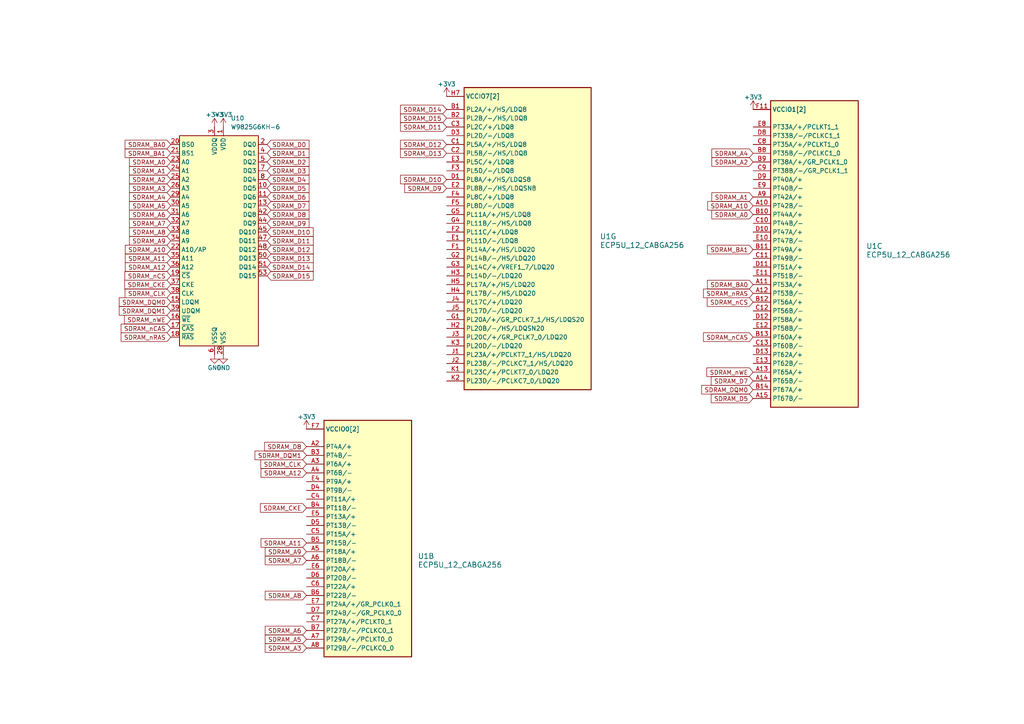
<source format=kicad_sch>
(kicad_sch (version 20250114) (generator "eeschema") (generator_version "9.0")
  (paper "A4")
  (lib_symbols
    (symbol "ECP5U_12_CABGA256_2"
      (property "Reference" "U1" (at 22.86 -2.5399 0))
      (property "Value" "ECP5U_12_CABGA256" (at 22.86 -5.0799 0))
      (symbol "ECP5U_12_CABGA256_2_1_1"
        (pin power_in line (at -12.7 5.08 0) (length 5.08) (name "VCC[6]") (number "G6"))
        (pin power_in line (at -12.7 5.08 0) (length 5.08) (name "VCC[6]") (number "G7"))
        (pin power_in line (at -12.7 5.08 0) (length 5.08) (name "VCC[6]") (number "G9"))
        (pin power_in line (at -12.7 5.08 0) (length 5.08) (name "VCC[6]") (number "L10"))
        (pin power_in line (at -12.7 5.08 0) (length 5.08) (name "VCC[6]") (number "L8"))
        (pin power_in line (at -12.7 5.08 0) (length 5.08) (name "VCC[6]") (number "L9"))
        (pin power_in line (at -12.7 2.54 0) (length 5.08) (name "VCCAUX[2]") (number "G11"))
        (pin power_in line (at -12.7 2.54 0) (length 5.08) (name "VCCAUX[2]") (number "L7"))
        (pin power_in line (at -12.7 -5.08 0) (length 5.08) (name "GND[27]") (number "A1"))
        (pin power_in line (at -12.7 -5.08 0) (length 5.08) (name "GND[27]") (number "A16"))
        (pin power_in line (at -12.7 -5.08 0) (length 5.08) (name "GND[27]") (number "D15"))
        (pin power_in line (at -12.7 -5.08 0) (length 5.08) (name "GND[27]") (number "D2"))
        (pin power_in line (at -12.7 -5.08 0) (length 5.08) (name "GND[27]") (number "F8"))
        (pin power_in line (at -12.7 -5.08 0) (length 5.08) (name "GND[27]") (number "F9"))
        (pin power_in line (at -12.7 -5.08 0) (length 5.08) (name "GND[27]") (number "G10"))
        (pin power_in line (at -12.7 -5.08 0) (length 5.08) (name "GND[27]") (number "G8"))
        (pin power_in line (at -12.7 -5.08 0) (length 5.08) (name "GND[27]") (number "H1"))
        (pin power_in line (at -12.7 -5.08 0) (length 5.08) (name "GND[27]") (number "H10"))
        (pin power_in line (at -12.7 -5.08 0) (length 5.08) (name "GND[27]") (number "H16"))
        (pin power_in line (at -12.7 -5.08 0) (length 5.08) (name "GND[27]") (number "H8"))
        (pin power_in line (at -12.7 -5.08 0) (length 5.08) (name "GND[27]") (number "H9"))
        (pin power_in line (at -12.7 -5.08 0) (length 5.08) (name "GND[27]") (number "J10"))
        (pin power_in line (at -12.7 -5.08 0) (length 5.08) (name "GND[27]") (number "J8"))
        (pin power_in line (at -12.7 -5.08 0) (length 5.08) (name "GND[27]") (number "J9"))
        (pin power_in line (at -12.7 -5.08 0) (length 5.08) (name "GND[27]") (number "K10"))
        (pin power_in line (at -12.7 -5.08 0) (length 5.08) (name "GND[27]") (number "K6"))
        (pin power_in line (at -12.7 -5.08 0) (length 5.08) (name "GND[27]") (number "K7"))
        (pin power_in line (at -12.7 -5.08 0) (length 5.08) (name "GND[27]") (number "K8"))
        (pin power_in line (at -12.7 -5.08 0) (length 5.08) (name "GND[27]") (number "K9"))
        (pin power_in line (at -12.7 -5.08 0) (length 5.08) (name "GND[27]") (number "N15"))
        (pin power_in line (at -12.7 -5.08 0) (length 5.08) (name "GND[27]") (number "N2"))
        (pin power_in line (at -12.7 -5.08 0) (length 5.08) (name "GND[27]") (number "T1"))
        (pin power_in line (at -12.7 -5.08 0) (length 5.08) (name "GND[27]") (number "T12"))
        (pin power_in line (at -12.7 -5.08 0) (length 5.08) (name "GND[27]") (number "T16"))
        (pin power_in line (at -12.7 -5.08 0) (length 5.08) (name "GND[27]") (number "T5"))
      )
      (symbol "ECP5U_12_CABGA256_2_2_1"
        (pin power_in line (at -21.59 38.1 0) (length 5.08) (name "VCCIO0[2]") (number "F6"))
        (pin power_in line (at -21.59 38.1 0) (length 5.08) (name "VCCIO0[2]") (number "F7"))
        (pin bidirectional line (at -21.59 33.02 0) (length 5.08) (name "PT4A/+") (number "A2"))
        (pin bidirectional line (at -21.59 30.48 0) (length 5.08) (name "PT4B/-") (number "B3"))
        (pin bidirectional line (at -21.59 27.94 0) (length 5.08) (name "PT6A/+") (number "A3"))
        (pin bidirectional line (at -21.59 25.4 0) (length 5.08) (name "PT6B/-") (number "A4"))
        (pin bidirectional line (at -21.59 22.86 0) (length 5.08) (name "PT9A/+") (number "E4"))
        (pin bidirectional line (at -21.59 20.32 0) (length 5.08) (name "PT9B/-") (number "D4"))
        (pin bidirectional line (at -21.59 17.78 0) (length 5.08) (name "PT11A/+") (number "C4"))
        (pin bidirectional line (at -21.59 15.24 0) (length 5.08) (name "PT11B/-") (number "B4"))
        (pin bidirectional line (at -21.59 12.7 0) (length 5.08) (name "PT13A/+") (number "E5"))
        (pin bidirectional line (at -21.59 10.16 0) (length 5.08) (name "PT13B/-") (number "D5"))
        (pin bidirectional line (at -21.59 7.62 0) (length 5.08) (name "PT15A/+") (number "C5"))
        (pin bidirectional line (at -21.59 5.08 0) (length 5.08) (name "PT15B/-") (number "B5"))
        (pin bidirectional line (at -21.59 2.54 0) (length 5.08) (name "PT18A/+") (number "A5"))
        (pin bidirectional line (at -21.59 0 0) (length 5.08) (name "PT18B/-") (number "A6"))
        (pin bidirectional line (at -21.59 -2.54 0) (length 5.08) (name "PT20A/+") (number "E6"))
        (pin bidirectional line (at -21.59 -5.08 0) (length 5.08) (name "PT20B/-") (number "D6"))
        (pin bidirectional line (at -21.59 -7.62 0) (length 5.08) (name "PT22A/+") (number "C6"))
        (pin bidirectional line (at -21.59 -10.16 0) (length 5.08) (name "PT22B/-") (number "B6"))
        (pin bidirectional line (at -21.59 -12.7 0) (length 5.08) (name "PT24A/+/GR_PCLK0_1") (number "E7"))
        (pin bidirectional line (at -21.59 -15.24 0) (length 5.08) (name "PT24B/-/GR_PCLK0_0") (number "D7"))
        (pin bidirectional line (at -21.59 -17.78 0) (length 5.08) (name "PT27A/+/PCLKT0_1") (number "C7"))
        (pin bidirectional line (at -21.59 -20.32 0) (length 5.08) (name "PT27B/-/PCLKC0_1") (number "B7"))
        (pin bidirectional line (at -21.59 -22.86 0) (length 5.08) (name "PT29A/+/PCLKT0_0") (number "A7"))
        (pin bidirectional line (at -21.59 -25.4 0) (length 5.08) (name "PT29B/-/PCLKC0_0") (number "A8"))
      )
      (symbol "ECP5U_12_CABGA256_2_3_1"
        (pin power_in line (at -21.59 38.1 0) (length 5.08) (name "VCCIO1[2]") (number "F10"))
        (pin power_in line (at -21.59 38.1 0) (length 5.08) (name "VCCIO1[2]") (number "F11"))
        (pin bidirectional line (at -21.59 33.02 0) (length 5.08) (name "PT33A/+/PCLKT1_1") (number "E8"))
        (pin bidirectional line (at -21.59 30.48 0) (length 5.08) (name "PT33B/-/PCLKC1_1") (number "D8"))
        (pin bidirectional line (at -21.59 27.94 0) (length 5.08) (name "PT35A/+/PCLKT1_0") (number "C8"))
        (pin bidirectional line (at -21.59 25.4 0) (length 5.08) (name "PT35B/-/PCLKC1_0") (number "B8"))
        (pin bidirectional line (at -21.59 22.86 0) (length 5.08) (name "PT38A/+/GR_PCLK1_0") (number "B9"))
        (pin bidirectional line (at -21.59 20.32 0) (length 5.08) (name "PT38B/-/GR_PCLK1_1") (number "C9"))
        (pin bidirectional line (at -21.59 17.78 0) (length 5.08) (name "PT40A/+") (number "D9"))
        (pin bidirectional line (at -21.59 15.24 0) (length 5.08) (name "PT40B/-") (number "E9"))
        (pin bidirectional line (at -21.59 12.7 0) (length 5.08) (name "PT42A/+") (number "A9"))
        (pin bidirectional line (at -21.59 10.16 0) (length 5.08) (name "PT42B/-") (number "A10"))
        (pin bidirectional line (at -21.59 7.62 0) (length 5.08) (name "PT44A/+") (number "B10"))
        (pin bidirectional line (at -21.59 5.08 0) (length 5.08) (name "PT44B/-") (number "C10"))
        (pin bidirectional line (at -21.59 2.54 0) (length 5.08) (name "PT47A/+") (number "D10"))
        (pin bidirectional line (at -21.59 0 0) (length 5.08) (name "PT47B/-") (number "E10"))
        (pin bidirectional line (at -21.59 -2.54 0) (length 5.08) (name "PT49A/+") (number "B11"))
        (pin bidirectional line (at -21.59 -5.08 0) (length 5.08) (name "PT49B/-") (number "C11"))
        (pin bidirectional line (at -21.59 -7.62 0) (length 5.08) (name "PT51A/+") (number "D11"))
        (pin bidirectional line (at -21.59 -10.16 0) (length 5.08) (name "PT51B/-") (number "E11"))
        (pin bidirectional line (at -21.59 -12.7 0) (length 5.08) (name "PT53A/+") (number "A11"))
        (pin bidirectional line (at -21.59 -15.24 0) (length 5.08) (name "PT53B/-") (number "A12"))
        (pin bidirectional line (at -21.59 -17.78 0) (length 5.08) (name "PT56A/+") (number "B12"))
        (pin bidirectional line (at -21.59 -20.32 0) (length 5.08) (name "PT56B/-") (number "C12"))
        (pin bidirectional line (at -21.59 -22.86 0) (length 5.08) (name "PT58A/+") (number "D12"))
        (pin bidirectional line (at -21.59 -25.4 0) (length 5.08) (name "PT58B/-") (number "E12"))
        (pin bidirectional line (at -21.59 -27.94 0) (length 5.08) (name "PT60A/+") (number "B13"))
        (pin bidirectional line (at -21.59 -30.48 0) (length 5.08) (name "PT60B/-") (number "C13"))
        (pin bidirectional line (at -21.59 -33.02 0) (length 5.08) (name "PT62A/+") (number "D13"))
        (pin bidirectional line (at -21.59 -35.56 0) (length 5.08) (name "PT62B/-") (number "E13"))
        (pin bidirectional line (at -21.59 -38.1 0) (length 5.08) (name "PT65A/+") (number "A13"))
        (pin bidirectional line (at -21.59 -40.64 0) (length 5.08) (name "PT65B/-") (number "A14"))
        (pin bidirectional line (at -21.59 -43.18 0) (length 5.08) (name "PT67A/+") (number "B14"))
        (pin bidirectional line (at -21.59 -45.72 0) (length 5.08) (name "PT67B/-") (number "A15"))
      )
      (symbol "ECP5U_12_CABGA256_2_4_1"
        (pin power_in line (at -21.59 38.1 0) (length 5.08) (name "VCCIO2[2]") (number "H11"))
        (pin power_in line (at -21.59 38.1 0) (length 5.08) (name "VCCIO2[2]") (number "J11"))
        (pin bidirectional line (at -21.59 33.02 0) (length 5.08) (name "PR2A/+/HS/RDQ8") (number "B16"))
        (pin bidirectional line (at -21.59 30.48 0) (length 5.08) (name "PR2B/-/S0_IN/HS/RDQ8") (number "B15"))
        (pin bidirectional line (at -21.59 27.94 0) (length 5.08) (name "PR2C/+/RDQ8") (number "C14"))
        (pin bidirectional line (at -21.59 25.4 0) (length 5.08) (name "PR2D/-/RDQ8") (number "D14"))
        (pin bidirectional line (at -21.59 22.86 0) (length 5.08) (name "PR5A/+/HS/RDQ8") (number "C16"))
        (pin bidirectional line (at -21.59 20.32 0) (length 5.08) (name "PR5B/-/HS/RDQ8") (number "C15"))
        (pin bidirectional line (at -21.59 17.78 0) (length 5.08) (name "PR5C/+/RDQ8") (number "E14"))
        (pin bidirectional line (at -21.59 15.24 0) (length 5.08) (name "PR5D/-/RDQ8") (number "F14"))
        (pin bidirectional line (at -21.59 12.7 0) (length 5.08) (name "PR8A/+/HS/RDQS8") (number "D16"))
        (pin bidirectional line (at -21.59 10.16 0) (length 5.08) (name "PR8B/-/HS/RDQSN8") (number "E15"))
        (pin bidirectional line (at -21.59 7.62 0) (length 5.08) (name "PR8C/+/RDQ8") (number "F13"))
        (pin bidirectional line (at -21.59 5.08 0) (length 5.08) (name "PR8D/-/RDQ8") (number "F12"))
        (pin bidirectional line (at -21.59 2.54 0) (length 5.08) (name "PR11A/+/HS/RDQ8") (number "G12"))
        (pin bidirectional line (at -21.59 0 0) (length 5.08) (name "PR11B/-/HS/RDQ8") (number "G13"))
        (pin bidirectional line (at -21.59 -2.54 0) (length 5.08) (name "PR11C/+/RDQ8") (number "F15"))
        (pin bidirectional line (at -21.59 -5.08 0) (length 5.08) (name "PR11D/-/RDQ8") (number "E16"))
        (pin bidirectional line (at -21.59 -7.62 0) (length 5.08) (name "PR14A/+/HS/RDQ20") (number "F16"))
        (pin bidirectional line (at -21.59 -10.16 0) (length 5.08) (name "PR14B/-/HS/RDQ20") (number "G15"))
        (pin bidirectional line (at -21.59 -12.7 0) (length 5.08) (name "PR14C/+/VREF1_2/RDQ20") (number "G14"))
        (pin bidirectional line (at -21.59 -15.24 0) (length 5.08) (name "PR14D/-/RDQ20") (number "H14"))
        (pin bidirectional line (at -21.59 -17.78 0) (length 5.08) (name "PR17A/+/HS/RDQ20") (number "H12"))
        (pin bidirectional line (at -21.59 -20.32 0) (length 5.08) (name "PR17B/-/HS/RDQ20") (number "H13"))
        (pin bidirectional line (at -21.59 -22.86 0) (length 5.08) (name "PR17C/+/RDQ20") (number "J13"))
        (pin bidirectional line (at -21.59 -25.4 0) (length 5.08) (name "PR17D/-/RDQ20") (number "J12"))
        (pin bidirectional line (at -21.59 -27.94 0) (length 5.08) (name "PR20A/+/GR_PCLK2_1/HS/RDQS20") (number "G16"))
        (pin bidirectional line (at -21.59 -30.48 0) (length 5.08) (name "PR20B/-/HS/RDQSN20") (number "H15"))
        (pin bidirectional line (at -21.59 -33.02 0) (length 5.08) (name "PR20C/+/GR_PCLK2_0/RDQ20") (number "J14"))
        (pin bidirectional line (at -21.59 -35.56 0) (length 5.08) (name "PR20D/-/RDQ20") (number "K14"))
        (pin bidirectional line (at -21.59 -38.1 0) (length 5.08) (name "PR23A/+/PCLKT2_1/HS/RDQ20") (number "J16"))
        (pin bidirectional line (at -21.59 -40.64 0) (length 5.08) (name "PR23B/-/PCLKC2_1/HS/RDQ20") (number "J15"))
        (pin bidirectional line (at -21.59 -43.18 0) (length 5.08) (name "PR23C/+/PCLKT2_0/RDQ20") (number "K16"))
        (pin bidirectional line (at -21.59 -45.72 0) (length 5.08) (name "PR23D/-/PCLKC2_0/RDQ20") (number "K15"))
      )
      (symbol "ECP5U_12_CABGA256_2_5_1"
        (pin power_in line (at -21.59 38.1 0) (length 5.08) (name "VCCIO3[2]") (number "K11"))
        (pin power_in line (at -21.59 38.1 0) (length 5.08) (name "VCCIO3[2]") (number "L11"))
        (pin bidirectional line (at -21.59 33.02 0) (length 5.08) (name "PR26A/+/PCLKT3_1/HS/RDQ32") (number "L16"))
        (pin bidirectional line (at -21.59 30.48 0) (length 5.08) (name "PR26B/-/PCLKC3_1/HS/RDQ32") (number "L15"))
        (pin bidirectional line (at -21.59 27.94 0) (length 5.08) (name "PR26C/+/PCLKT3_0/RDQ32") (number "M16"))
        (pin bidirectional line (at -21.59 25.4 0) (length 5.08) (name "PR26D/-/PCLKC3_0/RDQ32") (number "M15"))
        (pin bidirectional line (at -21.59 22.86 0) (length 5.08) (name "PR29A/+/GR_PCLK3_0/HS/RDQ32") (number "K13"))
        (pin bidirectional line (at -21.59 20.32 0) (length 5.08) (name "PR29B/-/HS/RDQ32") (number "K12"))
        (pin bidirectional line (at -21.59 17.78 0) (length 5.08) (name "PR29C/+/GR_PCLK3_1/RDQ32") (number "L13"))
        (pin bidirectional line (at -21.59 15.24 0) (length 5.08) (name "PR29D/-/RDQ32") (number "L12"))
        (pin bidirectional line (at -21.59 12.7 0) (length 5.08) (name "PR32A/+/HS/RDQS32") (number "N16"))
        (pin bidirectional line (at -21.59 10.16 0) (length 5.08) (name "PR32B/-/HS/RDQSN32") (number "P15"))
        (pin bidirectional line (at -21.59 7.62 0) (length 5.08) (name "PR32C/+/RDQ32") (number "L14"))
        (pin bidirectional line (at -21.59 5.08 0) (length 5.08) (name "PR32D/-/RDQ32") (number "M14"))
        (pin bidirectional line (at -21.59 2.54 0) (length 5.08) (name "PR35A/+/HS/RDQ32") (number "P16"))
        (pin bidirectional line (at -21.59 0 0) (length 5.08) (name "PR35B/-/VREF1_3/HS/RDQ32") (number "R16"))
        (pin bidirectional line (at -21.59 -2.54 0) (length 5.08) (name "PR35C/+/RDQ32") (number "M13"))
        (pin bidirectional line (at -21.59 -5.08 0) (length 5.08) (name "PR35D/-/RDQ32") (number "N14"))
        (pin bidirectional line (at -21.59 -7.62 0) (length 5.08) (name "PR38A/+/HS/RDQ44") (number "N13"))
        (pin bidirectional line (at -21.59 -10.16 0) (length 5.08) (name "PR38B/-/HS/RDQ44") (number "P14"))
        (pin bidirectional line (at -21.59 -12.7 0) (length 5.08) (name "PR38C/+/RDQ44") (number "R15"))
        (pin bidirectional line (at -21.59 -15.24 0) (length 5.08) (name "PR38D/-/RDQ44") (number "T15"))
        (pin bidirectional line (at -21.59 -17.78 0) (length 5.08) (name "PR41A/+/HS/RDQ44") (number "P13"))
        (pin bidirectional line (at -21.59 -20.32 0) (length 5.08) (name "PR41B/-/HS/RDQ44") (number "R14"))
        (pin bidirectional line (at -21.59 -22.86 0) (length 5.08) (name "PR41C/+/RDQ44") (number "R13"))
        (pin bidirectional line (at -21.59 -25.4 0) (length 5.08) (name "PR41D/-/RDQ44") (number "T14"))
        (pin bidirectional line (at -21.59 -27.94 0) (length 5.08) (name "PR44A/+/HS/RDQS44") (number "R12"))
        (pin bidirectional line (at -21.59 -30.48 0) (length 5.08) (name "PR44B/-/HS/RDQSN44") (number "T13"))
        (pin bidirectional line (at -21.59 -33.02 0) (length 5.08) (name "PR44C/+/RDQ44") (number "M12"))
        (pin bidirectional line (at -21.59 -35.56 0) (length 5.08) (name "PR44D/-/RDQ44") (number "N12"))
        (pin bidirectional line (at -21.59 -38.1 0) (length 5.08) (name "PR47A/+/HS/RDQ44") (number "M11"))
        (pin bidirectional line (at -21.59 -40.64 0) (length 5.08) (name "PR47B/-/HS/RDQ44") (number "N11"))
        (pin bidirectional line (at -21.59 -43.18 0) (length 5.08) (name "PR47C/+/LRC_GPLL0T_IN/RDQ44") (number "P11"))
        (pin bidirectional line (at -21.59 -45.72 0) (length 5.08) (name "PR47D/-/LRC_GPLL0C_IN/RDQ44") (number "P12"))
      )
      (symbol "ECP5U_12_CABGA256_2_6_1"
        (pin power_in line (at -21.59 38.1 0) (length 5.08) (name "VCCIO6[2]") (number "J6"))
        (pin power_in line (at -21.59 38.1 0) (length 5.08) (name "VCCIO6[2]") (number "J7"))
        (pin bidirectional line (at -21.59 33.02 0) (length 5.08) (name "PL26A/+/PCLKT6_1/HS/LDQ32") (number "L1"))
        (pin bidirectional line (at -21.59 30.48 0) (length 5.08) (name "PL26B/-/PCLKC6_1/HS/LDQ32") (number "L2"))
        (pin bidirectional line (at -21.59 27.94 0) (length 5.08) (name "PL26C/+/PCLKT6_0/LDQ32") (number "M1"))
        (pin bidirectional line (at -21.59 25.4 0) (length 5.08) (name "PL26D/-/PCLKC6_0/LDQ32") (number "M2"))
        (pin bidirectional line (at -21.59 22.86 0) (length 5.08) (name "PL29A/+/GR_PCLK6_0/HS/LDQ32") (number "K4"))
        (pin bidirectional line (at -21.59 20.32 0) (length 5.08) (name "PL29B/-/HS/LDQ32") (number "K5"))
        (pin bidirectional line (at -21.59 17.78 0) (length 5.08) (name "PL29C/+/GR_PCLK6_1/LDQ32") (number "L4"))
        (pin bidirectional line (at -21.59 15.24 0) (length 5.08) (name "PL29D/-/LDQ32") (number "L5"))
        (pin bidirectional line (at -21.59 12.7 0) (length 5.08) (name "PL32A/+/HS/LDQS32") (number "N1"))
        (pin bidirectional line (at -21.59 10.16 0) (length 5.08) (name "PL32B/-/HS/LDQSN32") (number "P2"))
        (pin bidirectional line (at -21.59 7.62 0) (length 5.08) (name "PL32C/+/LDQ32") (number "L3"))
        (pin bidirectional line (at -21.59 5.08 0) (length 5.08) (name "PL32D/-/LDQ32") (number "M3"))
        (pin bidirectional line (at -21.59 2.54 0) (length 5.08) (name "PL35A/+/HS/LDQ32") (number "P1"))
        (pin bidirectional line (at -21.59 0 0) (length 5.08) (name "PL35B/-/VREF1_6/HS/LDQ32") (number "R1"))
        (pin bidirectional line (at -21.59 -2.54 0) (length 5.08) (name "PL35C/+/LDQ32") (number "M4"))
        (pin bidirectional line (at -21.59 -5.08 0) (length 5.08) (name "PL35D/-/LDQ32") (number "N3"))
        (pin bidirectional line (at -21.59 -7.62 0) (length 5.08) (name "PL38A/+/HS/LDQ44") (number "N4"))
        (pin bidirectional line (at -21.59 -10.16 0) (length 5.08) (name "PL38B/-/HS/LDQ44") (number "P3"))
        (pin bidirectional line (at -21.59 -12.7 0) (length 5.08) (name "PL38C/+/LDQ44") (number "R2"))
        (pin bidirectional line (at -21.59 -15.24 0) (length 5.08) (name "PL38D/-/LDQ44") (number "T2"))
        (pin bidirectional line (at -21.59 -17.78 0) (length 5.08) (name "PL41A/+/HS/LDQ44") (number "P4"))
        (pin bidirectional line (at -21.59 -20.32 0) (length 5.08) (name "PL41B/-/HS/LDQ44") (number "R3"))
        (pin bidirectional line (at -21.59 -22.86 0) (length 5.08) (name "PL41C/+/LDQ44") (number "R4"))
        (pin bidirectional line (at -21.59 -25.4 0) (length 5.08) (name "PL41D/-/LDQ44") (number "T3"))
        (pin bidirectional line (at -21.59 -27.94 0) (length 5.08) (name "PL44A/+/HS/LDQS44") (number "R5"))
        (pin bidirectional line (at -21.59 -30.48 0) (length 5.08) (name "PL44B/-/HS/LDQSN44") (number "T4"))
        (pin bidirectional line (at -21.59 -33.02 0) (length 5.08) (name "PL44C/+/LDQ44") (number "M5"))
        (pin bidirectional line (at -21.59 -35.56 0) (length 5.08) (name "PL44D/-/LDQ44") (number "N5"))
        (pin bidirectional line (at -21.59 -38.1 0) (length 5.08) (name "PL47A/+/HS/LDQ44") (number "M6"))
        (pin bidirectional line (at -21.59 -40.64 0) (length 5.08) (name "PL47B/-/HS/LDQ44") (number "N6"))
        (pin bidirectional line (at -21.59 -43.18 0) (length 5.08) (name "PL47C/+/LLC_GPLL0T_IN/LDQ44") (number "P6"))
        (pin bidirectional line (at -21.59 -45.72 0) (length 5.08) (name "PL47D/-/LLC_GPLL0C_IN/LDQ44") (number "P5"))
      )
      (symbol "ECP5U_12_CABGA256_2_7_1"
        (pin power_in line (at -21.59 38.1 0) (length 5.08) (name "VCCIO7[2]") (number "H6"))
        (pin power_in line (at -21.59 38.1 0) (length 5.08) (name "VCCIO7[2]") (number "H7"))
        (pin bidirectional line (at -21.59 34.29 0) (length 5.08) (name "PL2A/+/HS/LDQ8") (number "B1"))
        (pin bidirectional line (at -21.59 31.75 0) (length 5.08) (name "PL2B/-/HS/LDQ8") (number "B2"))
        (pin bidirectional line (at -21.59 29.21 0) (length 5.08) (name "PL2C/+/LDQ8") (number "C3"))
        (pin bidirectional line (at -21.59 26.67 0) (length 5.08) (name "PL2D/-/LDQ8") (number "D3"))
        (pin bidirectional line (at -21.59 24.13 0) (length 5.08) (name "PL5A/+/HS/LDQ8") (number "C1"))
        (pin bidirectional line (at -21.59 21.59 0) (length 5.08) (name "PL5B/-/HS/LDQ8") (number "C2"))
        (pin bidirectional line (at -21.59 19.05 0) (length 5.08) (name "PL5C/+/LDQ8") (number "E3"))
        (pin bidirectional line (at -21.59 16.51 0) (length 5.08) (name "PL5D/-/LDQ8") (number "F3"))
        (pin bidirectional line (at -21.59 13.97 0) (length 5.08) (name "PL8A/+/HS/LDQS8") (number "D1"))
        (pin bidirectional line (at -21.59 11.43 0) (length 5.08) (name "PL8B/-/HS/LDQSN8") (number "E2"))
        (pin bidirectional line (at -21.59 8.89 0) (length 5.08) (name "PL8C/+/LDQ8") (number "F4"))
        (pin bidirectional line (at -21.59 6.35 0) (length 5.08) (name "PL8D/-/LDQ8") (number "F5"))
        (pin bidirectional line (at -21.59 3.81 0) (length 5.08) (name "PL11A/+/HS/LDQ8") (number "G5"))
        (pin bidirectional line (at -21.59 1.27 0) (length 5.08) (name "PL11B/-/HS/LDQ8") (number "G4"))
        (pin bidirectional line (at -21.59 -1.27 0) (length 5.08) (name "PL11C/+/LDQ8") (number "F2"))
        (pin bidirectional line (at -21.59 -3.81 0) (length 5.08) (name "PL11D/-/LDQ8") (number "E1"))
        (pin bidirectional line (at -21.59 -6.35 0) (length 5.08) (name "PL14A/+/HS/LDQ20") (number "F1"))
        (pin bidirectional line (at -21.59 -8.89 0) (length 5.08) (name "PL14B/-/HS/LDQ20") (number "G2"))
        (pin bidirectional line (at -21.59 -11.43 0) (length 5.08) (name "PL14C/+/VREF1_7/LDQ20") (number "G3"))
        (pin bidirectional line (at -21.59 -13.97 0) (length 5.08) (name "PL14D/-/LDQ20") (number "H3"))
        (pin bidirectional line (at -21.59 -16.51 0) (length 5.08) (name "PL17A/+/HS/LDQ20") (number "H5"))
        (pin bidirectional line (at -21.59 -19.05 0) (length 5.08) (name "PL17B/-/HS/LDQ20") (number "H4"))
        (pin bidirectional line (at -21.59 -21.59 0) (length 5.08) (name "PL17C/+/LDQ20") (number "J4"))
        (pin bidirectional line (at -21.59 -24.13 0) (length 5.08) (name "PL17D/-/LDQ20") (number "J5"))
        (pin bidirectional line (at -21.59 -26.67 0) (length 5.08) (name "PL20A/+/GR_PCLK7_1/HS/LDQS20") (number "G1"))
        (pin bidirectional line (at -21.59 -29.21 0) (length 5.08) (name "PL20B/-/HS/LDQSN20") (number "H2"))
        (pin bidirectional line (at -21.59 -31.75 0) (length 5.08) (name "PL20C/+/GR_PCLK7_0/LDQ20") (number "J3"))
        (pin bidirectional line (at -21.59 -34.29 0) (length 5.08) (name "PL20D/-/LDQ20") (number "K3"))
        (pin bidirectional line (at -21.59 -36.83 0) (length 5.08) (name "PL23A/+/PCLKT7_1/HS/LDQ20") (number "J1"))
        (pin bidirectional line (at -21.59 -39.37 0) (length 5.08) (name "PL23B/-/PCLKC7_1/HS/LDQ20") (number "J2"))
        (pin bidirectional line (at -21.59 -41.91 0) (length 5.08) (name "PL23C/+/PCLKT7_0/LDQ20") (number "K1"))
        (pin bidirectional line (at -21.59 -44.45 0) (length 5.08) (name "PL23D/-/PCLKC7_0/LDQ20") (number "K2"))
      )
      (symbol "ECP5U_12_CABGA256_2_8_1"
        (pin power_in line (at -21.59 38.1 0) (length 5.08) (name "VCCIO8") (number "L6"))
        (pin bidirectional line (at -21.59 33.02 0) (length 5.08) (name "CCLK/MCLK/SCK") (number "N9"))
        (pin bidirectional line (at -21.59 30.48 0) (length 5.08) (name "CFG_0") (number "N10"))
        (pin bidirectional line (at -21.59 27.94 0) (length 5.08) (name "CFG_1") (number "P10"))
        (pin bidirectional line (at -21.59 25.4 0) (length 5.08) (name "CFG_2") (number "R10"))
        (pin bidirectional line (at -21.59 22.86 0) (length 5.08) (name "DONE") (number "P9"))
        (pin bidirectional line (at -21.59 20.32 0) (length 5.08) (name "INITN") (number "T9"))
        (pin bidirectional line (at -21.59 17.78 0) (length 5.08) (name "PB4A/+/D7/IO7") (number "T6"))
        (pin bidirectional line (at -21.59 15.24 0) (length 5.08) (name "PB4B/-/D6/IO6") (number "R6"))
        (pin bidirectional line (at -21.59 12.7 0) (length 5.08) (name "PB6A/+/D5/MISO2/IO5") (number "R7"))
        (pin bidirectional line (at -21.59 10.16 0) (length 5.08) (name "PB6B/-/D4/MOSI2/IO4") (number "P7"))
        (pin bidirectional line (at -21.59 7.62 0) (length 5.08) (name "PB9A/+/D3/IO3") (number "N7"))
        (pin bidirectional line (at -21.59 5.08 0) (length 5.08) (name "PB9B/-/D2/IO2") (number "M7"))
        (pin bidirectional line (at -21.59 2.54 0) (length 5.08) (name "PB11A/+/D1/MISO/IO1") (number "T7"))
        (pin bidirectional line (at -21.59 0 0) (length 5.08) (name "PB11B/-/D0/MOSI/IO0") (number "T8"))
        (pin bidirectional line (at -21.59 -2.54 0) (length 5.08) (name "PB13A/+/SN/CSN") (number "R8"))
        (pin bidirectional line (at -21.59 -5.08 0) (length 5.08) (name "PB13B/-/CS1N") (number "P8"))
        (pin bidirectional line (at -21.59 -7.62 0) (length 5.08) (name "PB15A/+/HOLDN/DI/BUSY/CSSPIN/CEN") (number "N8"))
        (pin bidirectional line (at -21.59 -10.16 0) (length 5.08) (name "PB15B/-/DOUT/CSON") (number "M8"))
        (pin bidirectional line (at -21.59 -12.7 0) (length 5.08) (name "PB18A/WRITEN") (number "M9"))
        (pin bidirectional line (at -21.59 -15.24 0) (length 5.08) (name "PROGRAMN") (number "R9"))
      )
      (symbol "ECP5U_12_CABGA256_2_9_1"
        (pin bidirectional line (at -7.62 3.81 0) (length 5.08) (name "TCK") (number "T10"))
        (pin bidirectional line (at -7.62 1.27 0) (length 5.08) (name "TDI") (number "R11"))
        (pin bidirectional line (at -7.62 -1.27 0) (length 5.08) (name "TDO") (number "M10"))
        (pin bidirectional line (at -7.62 -3.81 0) (length 5.08) (name "TMS") (number "T11"))
      )
    )
    (symbol "ECP5U_12_CABGA256_3"
      (property "Reference" "U1" (at 22.86 -2.5399 0))
      (property "Value" "ECP5U_12_CABGA256" (at 22.86 -5.0799 0))
      (symbol "ECP5U_12_CABGA256_3_1_1"
        (pin power_in line (at -12.7 5.08 0) (length 5.08) (name "VCC[6]") (number "G6"))
        (pin power_in line (at -12.7 5.08 0) (length 5.08) (name "VCC[6]") (number "G7"))
        (pin power_in line (at -12.7 5.08 0) (length 5.08) (name "VCC[6]") (number "G9"))
        (pin power_in line (at -12.7 5.08 0) (length 5.08) (name "VCC[6]") (number "L10"))
        (pin power_in line (at -12.7 5.08 0) (length 5.08) (name "VCC[6]") (number "L8"))
        (pin power_in line (at -12.7 5.08 0) (length 5.08) (name "VCC[6]") (number "L9"))
        (pin power_in line (at -12.7 2.54 0) (length 5.08) (name "VCCAUX[2]") (number "G11"))
        (pin power_in line (at -12.7 2.54 0) (length 5.08) (name "VCCAUX[2]") (number "L7"))
        (pin power_in line (at -12.7 -5.08 0) (length 5.08) (name "GND[27]") (number "A1"))
        (pin power_in line (at -12.7 -5.08 0) (length 5.08) (name "GND[27]") (number "A16"))
        (pin power_in line (at -12.7 -5.08 0) (length 5.08) (name "GND[27]") (number "D15"))
        (pin power_in line (at -12.7 -5.08 0) (length 5.08) (name "GND[27]") (number "D2"))
        (pin power_in line (at -12.7 -5.08 0) (length 5.08) (name "GND[27]") (number "F8"))
        (pin power_in line (at -12.7 -5.08 0) (length 5.08) (name "GND[27]") (number "F9"))
        (pin power_in line (at -12.7 -5.08 0) (length 5.08) (name "GND[27]") (number "G10"))
        (pin power_in line (at -12.7 -5.08 0) (length 5.08) (name "GND[27]") (number "G8"))
        (pin power_in line (at -12.7 -5.08 0) (length 5.08) (name "GND[27]") (number "H1"))
        (pin power_in line (at -12.7 -5.08 0) (length 5.08) (name "GND[27]") (number "H10"))
        (pin power_in line (at -12.7 -5.08 0) (length 5.08) (name "GND[27]") (number "H16"))
        (pin power_in line (at -12.7 -5.08 0) (length 5.08) (name "GND[27]") (number "H8"))
        (pin power_in line (at -12.7 -5.08 0) (length 5.08) (name "GND[27]") (number "H9"))
        (pin power_in line (at -12.7 -5.08 0) (length 5.08) (name "GND[27]") (number "J10"))
        (pin power_in line (at -12.7 -5.08 0) (length 5.08) (name "GND[27]") (number "J8"))
        (pin power_in line (at -12.7 -5.08 0) (length 5.08) (name "GND[27]") (number "J9"))
        (pin power_in line (at -12.7 -5.08 0) (length 5.08) (name "GND[27]") (number "K10"))
        (pin power_in line (at -12.7 -5.08 0) (length 5.08) (name "GND[27]") (number "K6"))
        (pin power_in line (at -12.7 -5.08 0) (length 5.08) (name "GND[27]") (number "K7"))
        (pin power_in line (at -12.7 -5.08 0) (length 5.08) (name "GND[27]") (number "K8"))
        (pin power_in line (at -12.7 -5.08 0) (length 5.08) (name "GND[27]") (number "K9"))
        (pin power_in line (at -12.7 -5.08 0) (length 5.08) (name "GND[27]") (number "N15"))
        (pin power_in line (at -12.7 -5.08 0) (length 5.08) (name "GND[27]") (number "N2"))
        (pin power_in line (at -12.7 -5.08 0) (length 5.08) (name "GND[27]") (number "T1"))
        (pin power_in line (at -12.7 -5.08 0) (length 5.08) (name "GND[27]") (number "T12"))
        (pin power_in line (at -12.7 -5.08 0) (length 5.08) (name "GND[27]") (number "T16"))
        (pin power_in line (at -12.7 -5.08 0) (length 5.08) (name "GND[27]") (number "T5"))
      )
      (symbol "ECP5U_12_CABGA256_3_2_1"
        (pin power_in line (at -21.59 38.1 0) (length 5.08) (name "VCCIO0[2]") (number "F6"))
        (pin power_in line (at -21.59 38.1 0) (length 5.08) (name "VCCIO0[2]") (number "F7"))
        (pin bidirectional line (at -21.59 33.02 0) (length 5.08) (name "PT4A/+") (number "A2"))
        (pin bidirectional line (at -21.59 30.48 0) (length 5.08) (name "PT4B/-") (number "B3"))
        (pin bidirectional line (at -21.59 27.94 0) (length 5.08) (name "PT6A/+") (number "A3"))
        (pin bidirectional line (at -21.59 25.4 0) (length 5.08) (name "PT6B/-") (number "A4"))
        (pin bidirectional line (at -21.59 22.86 0) (length 5.08) (name "PT9A/+") (number "E4"))
        (pin bidirectional line (at -21.59 20.32 0) (length 5.08) (name "PT9B/-") (number "D4"))
        (pin bidirectional line (at -21.59 17.78 0) (length 5.08) (name "PT11A/+") (number "C4"))
        (pin bidirectional line (at -21.59 15.24 0) (length 5.08) (name "PT11B/-") (number "B4"))
        (pin bidirectional line (at -21.59 12.7 0) (length 5.08) (name "PT13A/+") (number "E5"))
        (pin bidirectional line (at -21.59 10.16 0) (length 5.08) (name "PT13B/-") (number "D5"))
        (pin bidirectional line (at -21.59 7.62 0) (length 5.08) (name "PT15A/+") (number "C5"))
        (pin bidirectional line (at -21.59 5.08 0) (length 5.08) (name "PT15B/-") (number "B5"))
        (pin bidirectional line (at -21.59 2.54 0) (length 5.08) (name "PT18A/+") (number "A5"))
        (pin bidirectional line (at -21.59 0 0) (length 5.08) (name "PT18B/-") (number "A6"))
        (pin bidirectional line (at -21.59 -2.54 0) (length 5.08) (name "PT20A/+") (number "E6"))
        (pin bidirectional line (at -21.59 -5.08 0) (length 5.08) (name "PT20B/-") (number "D6"))
        (pin bidirectional line (at -21.59 -7.62 0) (length 5.08) (name "PT22A/+") (number "C6"))
        (pin bidirectional line (at -21.59 -10.16 0) (length 5.08) (name "PT22B/-") (number "B6"))
        (pin bidirectional line (at -21.59 -12.7 0) (length 5.08) (name "PT24A/+/GR_PCLK0_1") (number "E7"))
        (pin bidirectional line (at -21.59 -15.24 0) (length 5.08) (name "PT24B/-/GR_PCLK0_0") (number "D7"))
        (pin bidirectional line (at -21.59 -17.78 0) (length 5.08) (name "PT27A/+/PCLKT0_1") (number "C7"))
        (pin bidirectional line (at -21.59 -20.32 0) (length 5.08) (name "PT27B/-/PCLKC0_1") (number "B7"))
        (pin bidirectional line (at -21.59 -22.86 0) (length 5.08) (name "PT29A/+/PCLKT0_0") (number "A7"))
        (pin bidirectional line (at -21.59 -25.4 0) (length 5.08) (name "PT29B/-/PCLKC0_0") (number "A8"))
      )
      (symbol "ECP5U_12_CABGA256_3_3_1"
        (pin power_in line (at -21.59 38.1 0) (length 5.08) (name "VCCIO1[2]") (number "F10"))
        (pin power_in line (at -21.59 38.1 0) (length 5.08) (name "VCCIO1[2]") (number "F11"))
        (pin bidirectional line (at -21.59 33.02 0) (length 5.08) (name "PT33A/+/PCLKT1_1") (number "E8"))
        (pin bidirectional line (at -21.59 30.48 0) (length 5.08) (name "PT33B/-/PCLKC1_1") (number "D8"))
        (pin bidirectional line (at -21.59 27.94 0) (length 5.08) (name "PT35A/+/PCLKT1_0") (number "C8"))
        (pin bidirectional line (at -21.59 25.4 0) (length 5.08) (name "PT35B/-/PCLKC1_0") (number "B8"))
        (pin bidirectional line (at -21.59 22.86 0) (length 5.08) (name "PT38A/+/GR_PCLK1_0") (number "B9"))
        (pin bidirectional line (at -21.59 20.32 0) (length 5.08) (name "PT38B/-/GR_PCLK1_1") (number "C9"))
        (pin bidirectional line (at -21.59 17.78 0) (length 5.08) (name "PT40A/+") (number "D9"))
        (pin bidirectional line (at -21.59 15.24 0) (length 5.08) (name "PT40B/-") (number "E9"))
        (pin bidirectional line (at -21.59 12.7 0) (length 5.08) (name "PT42A/+") (number "A9"))
        (pin bidirectional line (at -21.59 10.16 0) (length 5.08) (name "PT42B/-") (number "A10"))
        (pin bidirectional line (at -21.59 7.62 0) (length 5.08) (name "PT44A/+") (number "B10"))
        (pin bidirectional line (at -21.59 5.08 0) (length 5.08) (name "PT44B/-") (number "C10"))
        (pin bidirectional line (at -21.59 2.54 0) (length 5.08) (name "PT47A/+") (number "D10"))
        (pin bidirectional line (at -21.59 0 0) (length 5.08) (name "PT47B/-") (number "E10"))
        (pin bidirectional line (at -21.59 -2.54 0) (length 5.08) (name "PT49A/+") (number "B11"))
        (pin bidirectional line (at -21.59 -5.08 0) (length 5.08) (name "PT49B/-") (number "C11"))
        (pin bidirectional line (at -21.59 -7.62 0) (length 5.08) (name "PT51A/+") (number "D11"))
        (pin bidirectional line (at -21.59 -10.16 0) (length 5.08) (name "PT51B/-") (number "E11"))
        (pin bidirectional line (at -21.59 -12.7 0) (length 5.08) (name "PT53A/+") (number "A11"))
        (pin bidirectional line (at -21.59 -15.24 0) (length 5.08) (name "PT53B/-") (number "A12"))
        (pin bidirectional line (at -21.59 -17.78 0) (length 5.08) (name "PT56A/+") (number "B12"))
        (pin bidirectional line (at -21.59 -20.32 0) (length 5.08) (name "PT56B/-") (number "C12"))
        (pin bidirectional line (at -21.59 -22.86 0) (length 5.08) (name "PT58A/+") (number "D12"))
        (pin bidirectional line (at -21.59 -25.4 0) (length 5.08) (name "PT58B/-") (number "E12"))
        (pin bidirectional line (at -21.59 -27.94 0) (length 5.08) (name "PT60A/+") (number "B13"))
        (pin bidirectional line (at -21.59 -30.48 0) (length 5.08) (name "PT60B/-") (number "C13"))
        (pin bidirectional line (at -21.59 -33.02 0) (length 5.08) (name "PT62A/+") (number "D13"))
        (pin bidirectional line (at -21.59 -35.56 0) (length 5.08) (name "PT62B/-") (number "E13"))
        (pin bidirectional line (at -21.59 -38.1 0) (length 5.08) (name "PT65A/+") (number "A13"))
        (pin bidirectional line (at -21.59 -40.64 0) (length 5.08) (name "PT65B/-") (number "A14"))
        (pin bidirectional line (at -21.59 -43.18 0) (length 5.08) (name "PT67A/+") (number "B14"))
        (pin bidirectional line (at -21.59 -45.72 0) (length 5.08) (name "PT67B/-") (number "A15"))
      )
      (symbol "ECP5U_12_CABGA256_3_4_1"
        (pin power_in line (at -21.59 38.1 0) (length 5.08) (name "VCCIO2[2]") (number "H11"))
        (pin power_in line (at -21.59 38.1 0) (length 5.08) (name "VCCIO2[2]") (number "J11"))
        (pin bidirectional line (at -21.59 33.02 0) (length 5.08) (name "PR2A/+/HS/RDQ8") (number "B16"))
        (pin bidirectional line (at -21.59 30.48 0) (length 5.08) (name "PR2B/-/S0_IN/HS/RDQ8") (number "B15"))
        (pin bidirectional line (at -21.59 27.94 0) (length 5.08) (name "PR2C/+/RDQ8") (number "C14"))
        (pin bidirectional line (at -21.59 25.4 0) (length 5.08) (name "PR2D/-/RDQ8") (number "D14"))
        (pin bidirectional line (at -21.59 22.86 0) (length 5.08) (name "PR5A/+/HS/RDQ8") (number "C16"))
        (pin bidirectional line (at -21.59 20.32 0) (length 5.08) (name "PR5B/-/HS/RDQ8") (number "C15"))
        (pin bidirectional line (at -21.59 17.78 0) (length 5.08) (name "PR5C/+/RDQ8") (number "E14"))
        (pin bidirectional line (at -21.59 15.24 0) (length 5.08) (name "PR5D/-/RDQ8") (number "F14"))
        (pin bidirectional line (at -21.59 12.7 0) (length 5.08) (name "PR8A/+/HS/RDQS8") (number "D16"))
        (pin bidirectional line (at -21.59 10.16 0) (length 5.08) (name "PR8B/-/HS/RDQSN8") (number "E15"))
        (pin bidirectional line (at -21.59 7.62 0) (length 5.08) (name "PR8C/+/RDQ8") (number "F13"))
        (pin bidirectional line (at -21.59 5.08 0) (length 5.08) (name "PR8D/-/RDQ8") (number "F12"))
        (pin bidirectional line (at -21.59 2.54 0) (length 5.08) (name "PR11A/+/HS/RDQ8") (number "G12"))
        (pin bidirectional line (at -21.59 0 0) (length 5.08) (name "PR11B/-/HS/RDQ8") (number "G13"))
        (pin bidirectional line (at -21.59 -2.54 0) (length 5.08) (name "PR11C/+/RDQ8") (number "F15"))
        (pin bidirectional line (at -21.59 -5.08 0) (length 5.08) (name "PR11D/-/RDQ8") (number "E16"))
        (pin bidirectional line (at -21.59 -7.62 0) (length 5.08) (name "PR14A/+/HS/RDQ20") (number "F16"))
        (pin bidirectional line (at -21.59 -10.16 0) (length 5.08) (name "PR14B/-/HS/RDQ20") (number "G15"))
        (pin bidirectional line (at -21.59 -12.7 0) (length 5.08) (name "PR14C/+/VREF1_2/RDQ20") (number "G14"))
        (pin bidirectional line (at -21.59 -15.24 0) (length 5.08) (name "PR14D/-/RDQ20") (number "H14"))
        (pin bidirectional line (at -21.59 -17.78 0) (length 5.08) (name "PR17A/+/HS/RDQ20") (number "H12"))
        (pin bidirectional line (at -21.59 -20.32 0) (length 5.08) (name "PR17B/-/HS/RDQ20") (number "H13"))
        (pin bidirectional line (at -21.59 -22.86 0) (length 5.08) (name "PR17C/+/RDQ20") (number "J13"))
        (pin bidirectional line (at -21.59 -25.4 0) (length 5.08) (name "PR17D/-/RDQ20") (number "J12"))
        (pin bidirectional line (at -21.59 -27.94 0) (length 5.08) (name "PR20A/+/GR_PCLK2_1/HS/RDQS20") (number "G16"))
        (pin bidirectional line (at -21.59 -30.48 0) (length 5.08) (name "PR20B/-/HS/RDQSN20") (number "H15"))
        (pin bidirectional line (at -21.59 -33.02 0) (length 5.08) (name "PR20C/+/GR_PCLK2_0/RDQ20") (number "J14"))
        (pin bidirectional line (at -21.59 -35.56 0) (length 5.08) (name "PR20D/-/RDQ20") (number "K14"))
        (pin bidirectional line (at -21.59 -38.1 0) (length 5.08) (name "PR23A/+/PCLKT2_1/HS/RDQ20") (number "J16"))
        (pin bidirectional line (at -21.59 -40.64 0) (length 5.08) (name "PR23B/-/PCLKC2_1/HS/RDQ20") (number "J15"))
        (pin bidirectional line (at -21.59 -43.18 0) (length 5.08) (name "PR23C/+/PCLKT2_0/RDQ20") (number "K16"))
        (pin bidirectional line (at -21.59 -45.72 0) (length 5.08) (name "PR23D/-/PCLKC2_0/RDQ20") (number "K15"))
      )
      (symbol "ECP5U_12_CABGA256_3_5_1"
        (pin power_in line (at -21.59 38.1 0) (length 5.08) (name "VCCIO3[2]") (number "K11"))
        (pin power_in line (at -21.59 38.1 0) (length 5.08) (name "VCCIO3[2]") (number "L11"))
        (pin bidirectional line (at -21.59 33.02 0) (length 5.08) (name "PR26A/+/PCLKT3_1/HS/RDQ32") (number "L16"))
        (pin bidirectional line (at -21.59 30.48 0) (length 5.08) (name "PR26B/-/PCLKC3_1/HS/RDQ32") (number "L15"))
        (pin bidirectional line (at -21.59 27.94 0) (length 5.08) (name "PR26C/+/PCLKT3_0/RDQ32") (number "M16"))
        (pin bidirectional line (at -21.59 25.4 0) (length 5.08) (name "PR26D/-/PCLKC3_0/RDQ32") (number "M15"))
        (pin bidirectional line (at -21.59 22.86 0) (length 5.08) (name "PR29A/+/GR_PCLK3_0/HS/RDQ32") (number "K13"))
        (pin bidirectional line (at -21.59 20.32 0) (length 5.08) (name "PR29B/-/HS/RDQ32") (number "K12"))
        (pin bidirectional line (at -21.59 17.78 0) (length 5.08) (name "PR29C/+/GR_PCLK3_1/RDQ32") (number "L13"))
        (pin bidirectional line (at -21.59 15.24 0) (length 5.08) (name "PR29D/-/RDQ32") (number "L12"))
        (pin bidirectional line (at -21.59 12.7 0) (length 5.08) (name "PR32A/+/HS/RDQS32") (number "N16"))
        (pin bidirectional line (at -21.59 10.16 0) (length 5.08) (name "PR32B/-/HS/RDQSN32") (number "P15"))
        (pin bidirectional line (at -21.59 7.62 0) (length 5.08) (name "PR32C/+/RDQ32") (number "L14"))
        (pin bidirectional line (at -21.59 5.08 0) (length 5.08) (name "PR32D/-/RDQ32") (number "M14"))
        (pin bidirectional line (at -21.59 2.54 0) (length 5.08) (name "PR35A/+/HS/RDQ32") (number "P16"))
        (pin bidirectional line (at -21.59 0 0) (length 5.08) (name "PR35B/-/VREF1_3/HS/RDQ32") (number "R16"))
        (pin bidirectional line (at -21.59 -2.54 0) (length 5.08) (name "PR35C/+/RDQ32") (number "M13"))
        (pin bidirectional line (at -21.59 -5.08 0) (length 5.08) (name "PR35D/-/RDQ32") (number "N14"))
        (pin bidirectional line (at -21.59 -7.62 0) (length 5.08) (name "PR38A/+/HS/RDQ44") (number "N13"))
        (pin bidirectional line (at -21.59 -10.16 0) (length 5.08) (name "PR38B/-/HS/RDQ44") (number "P14"))
        (pin bidirectional line (at -21.59 -12.7 0) (length 5.08) (name "PR38C/+/RDQ44") (number "R15"))
        (pin bidirectional line (at -21.59 -15.24 0) (length 5.08) (name "PR38D/-/RDQ44") (number "T15"))
        (pin bidirectional line (at -21.59 -17.78 0) (length 5.08) (name "PR41A/+/HS/RDQ44") (number "P13"))
        (pin bidirectional line (at -21.59 -20.32 0) (length 5.08) (name "PR41B/-/HS/RDQ44") (number "R14"))
        (pin bidirectional line (at -21.59 -22.86 0) (length 5.08) (name "PR41C/+/RDQ44") (number "R13"))
        (pin bidirectional line (at -21.59 -25.4 0) (length 5.08) (name "PR41D/-/RDQ44") (number "T14"))
        (pin bidirectional line (at -21.59 -27.94 0) (length 5.08) (name "PR44A/+/HS/RDQS44") (number "R12"))
        (pin bidirectional line (at -21.59 -30.48 0) (length 5.08) (name "PR44B/-/HS/RDQSN44") (number "T13"))
        (pin bidirectional line (at -21.59 -33.02 0) (length 5.08) (name "PR44C/+/RDQ44") (number "M12"))
        (pin bidirectional line (at -21.59 -35.56 0) (length 5.08) (name "PR44D/-/RDQ44") (number "N12"))
        (pin bidirectional line (at -21.59 -38.1 0) (length 5.08) (name "PR47A/+/HS/RDQ44") (number "M11"))
        (pin bidirectional line (at -21.59 -40.64 0) (length 5.08) (name "PR47B/-/HS/RDQ44") (number "N11"))
        (pin bidirectional line (at -21.59 -43.18 0) (length 5.08) (name "PR47C/+/LRC_GPLL0T_IN/RDQ44") (number "P11"))
        (pin bidirectional line (at -21.59 -45.72 0) (length 5.08) (name "PR47D/-/LRC_GPLL0C_IN/RDQ44") (number "P12"))
      )
      (symbol "ECP5U_12_CABGA256_3_6_1"
        (pin power_in line (at -21.59 38.1 0) (length 5.08) (name "VCCIO6[2]") (number "J6"))
        (pin power_in line (at -21.59 38.1 0) (length 5.08) (name "VCCIO6[2]") (number "J7"))
        (pin bidirectional line (at -21.59 33.02 0) (length 5.08) (name "PL26A/+/PCLKT6_1/HS/LDQ32") (number "L1"))
        (pin bidirectional line (at -21.59 30.48 0) (length 5.08) (name "PL26B/-/PCLKC6_1/HS/LDQ32") (number "L2"))
        (pin bidirectional line (at -21.59 27.94 0) (length 5.08) (name "PL26C/+/PCLKT6_0/LDQ32") (number "M1"))
        (pin bidirectional line (at -21.59 25.4 0) (length 5.08) (name "PL26D/-/PCLKC6_0/LDQ32") (number "M2"))
        (pin bidirectional line (at -21.59 22.86 0) (length 5.08) (name "PL29A/+/GR_PCLK6_0/HS/LDQ32") (number "K4"))
        (pin bidirectional line (at -21.59 20.32 0) (length 5.08) (name "PL29B/-/HS/LDQ32") (number "K5"))
        (pin bidirectional line (at -21.59 17.78 0) (length 5.08) (name "PL29C/+/GR_PCLK6_1/LDQ32") (number "L4"))
        (pin bidirectional line (at -21.59 15.24 0) (length 5.08) (name "PL29D/-/LDQ32") (number "L5"))
        (pin bidirectional line (at -21.59 12.7 0) (length 5.08) (name "PL32A/+/HS/LDQS32") (number "N1"))
        (pin bidirectional line (at -21.59 10.16 0) (length 5.08) (name "PL32B/-/HS/LDQSN32") (number "P2"))
        (pin bidirectional line (at -21.59 7.62 0) (length 5.08) (name "PL32C/+/LDQ32") (number "L3"))
        (pin bidirectional line (at -21.59 5.08 0) (length 5.08) (name "PL32D/-/LDQ32") (number "M3"))
        (pin bidirectional line (at -21.59 2.54 0) (length 5.08) (name "PL35A/+/HS/LDQ32") (number "P1"))
        (pin bidirectional line (at -21.59 0 0) (length 5.08) (name "PL35B/-/VREF1_6/HS/LDQ32") (number "R1"))
        (pin bidirectional line (at -21.59 -2.54 0) (length 5.08) (name "PL35C/+/LDQ32") (number "M4"))
        (pin bidirectional line (at -21.59 -5.08 0) (length 5.08) (name "PL35D/-/LDQ32") (number "N3"))
        (pin bidirectional line (at -21.59 -7.62 0) (length 5.08) (name "PL38A/+/HS/LDQ44") (number "N4"))
        (pin bidirectional line (at -21.59 -10.16 0) (length 5.08) (name "PL38B/-/HS/LDQ44") (number "P3"))
        (pin bidirectional line (at -21.59 -12.7 0) (length 5.08) (name "PL38C/+/LDQ44") (number "R2"))
        (pin bidirectional line (at -21.59 -15.24 0) (length 5.08) (name "PL38D/-/LDQ44") (number "T2"))
        (pin bidirectional line (at -21.59 -17.78 0) (length 5.08) (name "PL41A/+/HS/LDQ44") (number "P4"))
        (pin bidirectional line (at -21.59 -20.32 0) (length 5.08) (name "PL41B/-/HS/LDQ44") (number "R3"))
        (pin bidirectional line (at -21.59 -22.86 0) (length 5.08) (name "PL41C/+/LDQ44") (number "R4"))
        (pin bidirectional line (at -21.59 -25.4 0) (length 5.08) (name "PL41D/-/LDQ44") (number "T3"))
        (pin bidirectional line (at -21.59 -27.94 0) (length 5.08) (name "PL44A/+/HS/LDQS44") (number "R5"))
        (pin bidirectional line (at -21.59 -30.48 0) (length 5.08) (name "PL44B/-/HS/LDQSN44") (number "T4"))
        (pin bidirectional line (at -21.59 -33.02 0) (length 5.08) (name "PL44C/+/LDQ44") (number "M5"))
        (pin bidirectional line (at -21.59 -35.56 0) (length 5.08) (name "PL44D/-/LDQ44") (number "N5"))
        (pin bidirectional line (at -21.59 -38.1 0) (length 5.08) (name "PL47A/+/HS/LDQ44") (number "M6"))
        (pin bidirectional line (at -21.59 -40.64 0) (length 5.08) (name "PL47B/-/HS/LDQ44") (number "N6"))
        (pin bidirectional line (at -21.59 -43.18 0) (length 5.08) (name "PL47C/+/LLC_GPLL0T_IN/LDQ44") (number "P6"))
        (pin bidirectional line (at -21.59 -45.72 0) (length 5.08) (name "PL47D/-/LLC_GPLL0C_IN/LDQ44") (number "P5"))
      )
      (symbol "ECP5U_12_CABGA256_3_7_1"
        (pin power_in line (at -21.59 38.1 0) (length 5.08) (name "VCCIO7[2]") (number "H6"))
        (pin power_in line (at -21.59 38.1 0) (length 5.08) (name "VCCIO7[2]") (number "H7"))
        (pin bidirectional line (at -21.59 34.29 0) (length 5.08) (name "PL2A/+/HS/LDQ8") (number "B1"))
        (pin bidirectional line (at -21.59 31.75 0) (length 5.08) (name "PL2B/-/HS/LDQ8") (number "B2"))
        (pin bidirectional line (at -21.59 29.21 0) (length 5.08) (name "PL2C/+/LDQ8") (number "C3"))
        (pin bidirectional line (at -21.59 26.67 0) (length 5.08) (name "PL2D/-/LDQ8") (number "D3"))
        (pin bidirectional line (at -21.59 24.13 0) (length 5.08) (name "PL5A/+/HS/LDQ8") (number "C1"))
        (pin bidirectional line (at -21.59 21.59 0) (length 5.08) (name "PL5B/-/HS/LDQ8") (number "C2"))
        (pin bidirectional line (at -21.59 19.05 0) (length 5.08) (name "PL5C/+/LDQ8") (number "E3"))
        (pin bidirectional line (at -21.59 16.51 0) (length 5.08) (name "PL5D/-/LDQ8") (number "F3"))
        (pin bidirectional line (at -21.59 13.97 0) (length 5.08) (name "PL8A/+/HS/LDQS8") (number "D1"))
        (pin bidirectional line (at -21.59 11.43 0) (length 5.08) (name "PL8B/-/HS/LDQSN8") (number "E2"))
        (pin bidirectional line (at -21.59 8.89 0) (length 5.08) (name "PL8C/+/LDQ8") (number "F4"))
        (pin bidirectional line (at -21.59 6.35 0) (length 5.08) (name "PL8D/-/LDQ8") (number "F5"))
        (pin bidirectional line (at -21.59 3.81 0) (length 5.08) (name "PL11A/+/HS/LDQ8") (number "G5"))
        (pin bidirectional line (at -21.59 1.27 0) (length 5.08) (name "PL11B/-/HS/LDQ8") (number "G4"))
        (pin bidirectional line (at -21.59 -1.27 0) (length 5.08) (name "PL11C/+/LDQ8") (number "F2"))
        (pin bidirectional line (at -21.59 -3.81 0) (length 5.08) (name "PL11D/-/LDQ8") (number "E1"))
        (pin bidirectional line (at -21.59 -6.35 0) (length 5.08) (name "PL14A/+/HS/LDQ20") (number "F1"))
        (pin bidirectional line (at -21.59 -8.89 0) (length 5.08) (name "PL14B/-/HS/LDQ20") (number "G2"))
        (pin bidirectional line (at -21.59 -11.43 0) (length 5.08) (name "PL14C/+/VREF1_7/LDQ20") (number "G3"))
        (pin bidirectional line (at -21.59 -13.97 0) (length 5.08) (name "PL14D/-/LDQ20") (number "H3"))
        (pin bidirectional line (at -21.59 -16.51 0) (length 5.08) (name "PL17A/+/HS/LDQ20") (number "H5"))
        (pin bidirectional line (at -21.59 -19.05 0) (length 5.08) (name "PL17B/-/HS/LDQ20") (number "H4"))
        (pin bidirectional line (at -21.59 -21.59 0) (length 5.08) (name "PL17C/+/LDQ20") (number "J4"))
        (pin bidirectional line (at -21.59 -24.13 0) (length 5.08) (name "PL17D/-/LDQ20") (number "J5"))
        (pin bidirectional line (at -21.59 -26.67 0) (length 5.08) (name "PL20A/+/GR_PCLK7_1/HS/LDQS20") (number "G1"))
        (pin bidirectional line (at -21.59 -29.21 0) (length 5.08) (name "PL20B/-/HS/LDQSN20") (number "H2"))
        (pin bidirectional line (at -21.59 -31.75 0) (length 5.08) (name "PL20C/+/GR_PCLK7_0/LDQ20") (number "J3"))
        (pin bidirectional line (at -21.59 -34.29 0) (length 5.08) (name "PL20D/-/LDQ20") (number "K3"))
        (pin bidirectional line (at -21.59 -36.83 0) (length 5.08) (name "PL23A/+/PCLKT7_1/HS/LDQ20") (number "J1"))
        (pin bidirectional line (at -21.59 -39.37 0) (length 5.08) (name "PL23B/-/PCLKC7_1/HS/LDQ20") (number "J2"))
        (pin bidirectional line (at -21.59 -41.91 0) (length 5.08) (name "PL23C/+/PCLKT7_0/LDQ20") (number "K1"))
        (pin bidirectional line (at -21.59 -44.45 0) (length 5.08) (name "PL23D/-/PCLKC7_0/LDQ20") (number "K2"))
      )
      (symbol "ECP5U_12_CABGA256_3_8_1"
        (pin power_in line (at -21.59 38.1 0) (length 5.08) (name "VCCIO8") (number "L6"))
        (pin bidirectional line (at -21.59 33.02 0) (length 5.08) (name "CCLK/MCLK/SCK") (number "N9"))
        (pin bidirectional line (at -21.59 30.48 0) (length 5.08) (name "CFG_0") (number "N10"))
        (pin bidirectional line (at -21.59 27.94 0) (length 5.08) (name "CFG_1") (number "P10"))
        (pin bidirectional line (at -21.59 25.4 0) (length 5.08) (name "CFG_2") (number "R10"))
        (pin bidirectional line (at -21.59 22.86 0) (length 5.08) (name "DONE") (number "P9"))
        (pin bidirectional line (at -21.59 20.32 0) (length 5.08) (name "INITN") (number "T9"))
        (pin bidirectional line (at -21.59 17.78 0) (length 5.08) (name "PB4A/+/D7/IO7") (number "T6"))
        (pin bidirectional line (at -21.59 15.24 0) (length 5.08) (name "PB4B/-/D6/IO6") (number "R6"))
        (pin bidirectional line (at -21.59 12.7 0) (length 5.08) (name "PB6A/+/D5/MISO2/IO5") (number "R7"))
        (pin bidirectional line (at -21.59 10.16 0) (length 5.08) (name "PB6B/-/D4/MOSI2/IO4") (number "P7"))
        (pin bidirectional line (at -21.59 7.62 0) (length 5.08) (name "PB9A/+/D3/IO3") (number "N7"))
        (pin bidirectional line (at -21.59 5.08 0) (length 5.08) (name "PB9B/-/D2/IO2") (number "M7"))
        (pin bidirectional line (at -21.59 2.54 0) (length 5.08) (name "PB11A/+/D1/MISO/IO1") (number "T7"))
        (pin bidirectional line (at -21.59 0 0) (length 5.08) (name "PB11B/-/D0/MOSI/IO0") (number "T8"))
        (pin bidirectional line (at -21.59 -2.54 0) (length 5.08) (name "PB13A/+/SN/CSN") (number "R8"))
        (pin bidirectional line (at -21.59 -5.08 0) (length 5.08) (name "PB13B/-/CS1N") (number "P8"))
        (pin bidirectional line (at -21.59 -7.62 0) (length 5.08) (name "PB15A/+/HOLDN/DI/BUSY/CSSPIN/CEN") (number "N8"))
        (pin bidirectional line (at -21.59 -10.16 0) (length 5.08) (name "PB15B/-/DOUT/CSON") (number "M8"))
        (pin bidirectional line (at -21.59 -12.7 0) (length 5.08) (name "PB18A/WRITEN") (number "M9"))
        (pin bidirectional line (at -21.59 -15.24 0) (length 5.08) (name "PROGRAMN") (number "R9"))
      )
      (symbol "ECP5U_12_CABGA256_3_9_1"
        (pin bidirectional line (at -7.62 3.81 0) (length 5.08) (name "TCK") (number "T10"))
        (pin bidirectional line (at -7.62 1.27 0) (length 5.08) (name "TDI") (number "R11"))
        (pin bidirectional line (at -7.62 -1.27 0) (length 5.08) (name "TDO") (number "M10"))
        (pin bidirectional line (at -7.62 -3.81 0) (length 5.08) (name "TMS") (number "T11"))
      )
    )
    (symbol "Memory_RAM:W9812G6KH-6"
      (property "Reference" "U12" (at 4.6833 35.56 0))
      (property "Value" "W9825G6KH-6" (at 4.6833 33.02 0))
      (symbol "W9812G6KH-6_1_1"
        (pin input line (at -12.7 27.94 0) (length 2.54) (name "BS0") (number "20"))
        (pin input line (at -12.7 25.4 0) (length 2.54) (name "BS1") (number "21"))
        (pin input line (at -12.7 22.86 0) (length 2.54) (name "A0") (number "23"))
        (pin input line (at -12.7 20.32 0) (length 2.54) (name "A1") (number "24"))
        (pin input line (at -12.7 17.78 0) (length 2.54) (name "A2") (number "25"))
        (pin input line (at -12.7 15.24 0) (length 2.54) (name "A3") (number "26"))
        (pin input line (at -12.7 12.7 0) (length 2.54) (name "A4") (number "29"))
        (pin input line (at -12.7 10.16 0) (length 2.54) (name "A5") (number "30"))
        (pin input line (at -12.7 7.62 0) (length 2.54) (name "A6") (number "31"))
        (pin input line (at -12.7 5.08 0) (length 2.54) (name "A7") (number "32"))
        (pin input line (at -12.7 2.54 0) (length 2.54) (name "A8") (number "33"))
        (pin input line (at -12.7 0 0) (length 2.54) (name "A9") (number "34"))
        (pin input line (at -12.7 -2.54 0) (length 2.54) (name "A10/AP") (number "22"))
        (pin input line (at -12.7 -5.08 0) (length 2.54) (name "A11") (number "35"))
        (pin bidirectional line (at -12.7 -7.62 0) (length 2.54) (name "A12") (number "36"))
        (pin input line (at -12.7 -10.16 0) (length 2.54) (name "~{CS}") (number "19"))
        (pin input line (at -12.7 -12.7 0) (length 2.54) (name "CKE") (number "37"))
        (pin input line (at -12.7 -15.24 0) (length 2.54) (name "CLK") (number "38"))
        (pin input line (at -12.7 -17.78 0) (length 2.54) (name "LDQM") (number "15"))
        (pin input line (at -12.7 -20.32 0) (length 2.54) (name "UDQM") (number "39"))
        (pin input line (at -12.7 -22.86 0) (length 2.54) (name "~{WE}") (number "16"))
        (pin input line (at -12.7 -25.4 0) (length 2.54) (name "~{CAS}") (number "17"))
        (pin input line (at -12.7 -27.94 0) (length 2.54) (name "~{RAS}") (number "18"))
        (pin power_in line (at 0 33.02 270) (length 2.54) (name "VDDQ") (number "3"))
        (pin passive line (at 0 33.02 270) (length 2.54) (hide yes) (name "VDDQ") (number "43"))
        (pin passive line (at 0 33.02 270) (length 2.54) (hide yes) (name "VDDQ") (number "49"))
        (pin passive line (at 0 33.02 270) (length 2.54) (hide yes) (name "VDDQ") (number "9"))
        (pin passive line (at 0 -33.02 90) (length 2.54) (hide yes) (name "VSSQ") (number "12"))
        (pin passive line (at 0 -33.02 90) (length 2.54) (hide yes) (name "VSSQ") (number "46"))
        (pin passive line (at 0 -33.02 90) (length 2.54) (hide yes) (name "VSSQ") (number "52"))
        (pin power_in line (at 0 -33.02 90) (length 2.54) (name "VSSQ") (number "6"))
        (pin power_in line (at 2.54 33.02 270) (length 2.54) (name "VDD") (number "1"))
        (pin passive line (at 2.54 33.02 270) (length 2.54) (hide yes) (name "VDD") (number "14"))
        (pin passive line (at 2.54 33.02 270) (length 2.54) (hide yes) (name "VDD") (number "27"))
        (pin power_in line (at 2.54 -33.02 90) (length 2.54) (name "VSS") (number "28"))
        (pin passive line (at 2.54 -33.02 90) (length 2.54) (hide yes) (name "VSS") (number "41"))
        (pin passive line (at 2.54 -33.02 90) (length 2.54) (hide yes) (name "VSS") (number "54"))
        (pin no_connect line (at 12.7 -17.78 180) (length 2.54) (hide yes) (name "NC") (number "40"))
        (pin bidirectional line (at 15.24 27.94 180) (length 2.54) (name "DQ0") (number "2"))
        (pin bidirectional line (at 15.24 25.4 180) (length 2.54) (name "DQ1") (number "4"))
        (pin bidirectional line (at 15.24 22.86 180) (length 2.54) (name "DQ2") (number "5"))
        (pin bidirectional line (at 15.24 20.32 180) (length 2.54) (name "DQ3") (number "7"))
        (pin bidirectional line (at 15.24 17.78 180) (length 2.54) (name "DQ4") (number "8"))
        (pin bidirectional line (at 15.24 15.24 180) (length 2.54) (name "DQ5") (number "10"))
        (pin bidirectional line (at 15.24 12.7 180) (length 2.54) (name "DQ6") (number "11"))
        (pin bidirectional line (at 15.24 10.16 180) (length 2.54) (name "DQ7") (number "13"))
        (pin bidirectional line (at 15.24 7.62 180) (length 2.54) (name "DQ8") (number "42"))
        (pin bidirectional line (at 15.24 5.08 180) (length 2.54) (name "DQ9") (number "44"))
        (pin bidirectional line (at 15.24 2.54 180) (length 2.54) (name "DQ10") (number "45"))
        (pin bidirectional line (at 15.24 0 180) (length 2.54) (name "DQ11") (number "47"))
        (pin bidirectional line (at 15.24 -2.54 180) (length 2.54) (name "DQ12") (number "48"))
        (pin bidirectional line (at 15.24 -5.08 180) (length 2.54) (name "DQ13") (number "50"))
        (pin bidirectional line (at 15.24 -7.62 180) (length 2.54) (name "DQ14") (number "51"))
        (pin bidirectional line (at 15.24 -10.16 180) (length 2.54) (name "DQ15") (number "53"))
      )
    )
    (symbol "josh-ic:ECP5U_12_CABGA256"
      (property "Reference" "U1" (at 22.86 -2.5399 0))
      (property "Value" "ECP5U_12_CABGA256" (at 22.86 -5.0799 0))
      (symbol "ECP5U_12_CABGA256_1_1"
        (pin power_in line (at -12.7 5.08 0) (length 5.08) (name "VCC[6]") (number "G6"))
        (pin power_in line (at -12.7 5.08 0) (length 5.08) (name "VCC[6]") (number "G7"))
        (pin power_in line (at -12.7 5.08 0) (length 5.08) (name "VCC[6]") (number "G9"))
        (pin power_in line (at -12.7 5.08 0) (length 5.08) (name "VCC[6]") (number "L10"))
        (pin power_in line (at -12.7 5.08 0) (length 5.08) (name "VCC[6]") (number "L8"))
        (pin power_in line (at -12.7 5.08 0) (length 5.08) (name "VCC[6]") (number "L9"))
        (pin power_in line (at -12.7 2.54 0) (length 5.08) (name "VCCAUX[2]") (number "G11"))
        (pin power_in line (at -12.7 2.54 0) (length 5.08) (name "VCCAUX[2]") (number "L7"))
        (pin power_in line (at -12.7 -5.08 0) (length 5.08) (name "GND[27]") (number "A1"))
        (pin power_in line (at -12.7 -5.08 0) (length 5.08) (name "GND[27]") (number "A16"))
        (pin power_in line (at -12.7 -5.08 0) (length 5.08) (name "GND[27]") (number "D15"))
        (pin power_in line (at -12.7 -5.08 0) (length 5.08) (name "GND[27]") (number "D2"))
        (pin power_in line (at -12.7 -5.08 0) (length 5.08) (name "GND[27]") (number "F8"))
        (pin power_in line (at -12.7 -5.08 0) (length 5.08) (name "GND[27]") (number "F9"))
        (pin power_in line (at -12.7 -5.08 0) (length 5.08) (name "GND[27]") (number "G10"))
        (pin power_in line (at -12.7 -5.08 0) (length 5.08) (name "GND[27]") (number "G8"))
        (pin power_in line (at -12.7 -5.08 0) (length 5.08) (name "GND[27]") (number "H1"))
        (pin power_in line (at -12.7 -5.08 0) (length 5.08) (name "GND[27]") (number "H10"))
        (pin power_in line (at -12.7 -5.08 0) (length 5.08) (name "GND[27]") (number "H16"))
        (pin power_in line (at -12.7 -5.08 0) (length 5.08) (name "GND[27]") (number "H8"))
        (pin power_in line (at -12.7 -5.08 0) (length 5.08) (name "GND[27]") (number "H9"))
        (pin power_in line (at -12.7 -5.08 0) (length 5.08) (name "GND[27]") (number "J10"))
        (pin power_in line (at -12.7 -5.08 0) (length 5.08) (name "GND[27]") (number "J8"))
        (pin power_in line (at -12.7 -5.08 0) (length 5.08) (name "GND[27]") (number "J9"))
        (pin power_in line (at -12.7 -5.08 0) (length 5.08) (name "GND[27]") (number "K10"))
        (pin power_in line (at -12.7 -5.08 0) (length 5.08) (name "GND[27]") (number "K6"))
        (pin power_in line (at -12.7 -5.08 0) (length 5.08) (name "GND[27]") (number "K7"))
        (pin power_in line (at -12.7 -5.08 0) (length 5.08) (name "GND[27]") (number "K8"))
        (pin power_in line (at -12.7 -5.08 0) (length 5.08) (name "GND[27]") (number "K9"))
        (pin power_in line (at -12.7 -5.08 0) (length 5.08) (name "GND[27]") (number "N15"))
        (pin power_in line (at -12.7 -5.08 0) (length 5.08) (name "GND[27]") (number "N2"))
        (pin power_in line (at -12.7 -5.08 0) (length 5.08) (name "GND[27]") (number "T1"))
        (pin power_in line (at -12.7 -5.08 0) (length 5.08) (name "GND[27]") (number "T12"))
        (pin power_in line (at -12.7 -5.08 0) (length 5.08) (name "GND[27]") (number "T16"))
        (pin power_in line (at -12.7 -5.08 0) (length 5.08) (name "GND[27]") (number "T5"))
      )
      (symbol "ECP5U_12_CABGA256_2_1"
        (pin power_in line (at -21.59 38.1 0) (length 5.08) (name "VCCIO0[2]") (number "F6"))
        (pin power_in line (at -21.59 38.1 0) (length 5.08) (name "VCCIO0[2]") (number "F7"))
        (pin bidirectional line (at -21.59 33.02 0) (length 5.08) (name "PT4A/+") (number "A2"))
        (pin bidirectional line (at -21.59 30.48 0) (length 5.08) (name "PT4B/-") (number "B3"))
        (pin bidirectional line (at -21.59 27.94 0) (length 5.08) (name "PT6A/+") (number "A3"))
        (pin bidirectional line (at -21.59 25.4 0) (length 5.08) (name "PT6B/-") (number "A4"))
        (pin bidirectional line (at -21.59 22.86 0) (length 5.08) (name "PT9A/+") (number "E4"))
        (pin bidirectional line (at -21.59 20.32 0) (length 5.08) (name "PT9B/-") (number "D4"))
        (pin bidirectional line (at -21.59 17.78 0) (length 5.08) (name "PT11A/+") (number "C4"))
        (pin bidirectional line (at -21.59 15.24 0) (length 5.08) (name "PT11B/-") (number "B4"))
        (pin bidirectional line (at -21.59 12.7 0) (length 5.08) (name "PT13A/+") (number "E5"))
        (pin bidirectional line (at -21.59 10.16 0) (length 5.08) (name "PT13B/-") (number "D5"))
        (pin bidirectional line (at -21.59 7.62 0) (length 5.08) (name "PT15A/+") (number "C5"))
        (pin bidirectional line (at -21.59 5.08 0) (length 5.08) (name "PT15B/-") (number "B5"))
        (pin bidirectional line (at -21.59 2.54 0) (length 5.08) (name "PT18A/+") (number "A5"))
        (pin bidirectional line (at -21.59 0 0) (length 5.08) (name "PT18B/-") (number "A6"))
        (pin bidirectional line (at -21.59 -2.54 0) (length 5.08) (name "PT20A/+") (number "E6"))
        (pin bidirectional line (at -21.59 -5.08 0) (length 5.08) (name "PT20B/-") (number "D6"))
        (pin bidirectional line (at -21.59 -7.62 0) (length 5.08) (name "PT22A/+") (number "C6"))
        (pin bidirectional line (at -21.59 -10.16 0) (length 5.08) (name "PT22B/-") (number "B6"))
        (pin bidirectional line (at -21.59 -12.7 0) (length 5.08) (name "PT24A/+/GR_PCLK0_1") (number "E7"))
        (pin bidirectional line (at -21.59 -15.24 0) (length 5.08) (name "PT24B/-/GR_PCLK0_0") (number "D7"))
        (pin bidirectional line (at -21.59 -17.78 0) (length 5.08) (name "PT27A/+/PCLKT0_1") (number "C7"))
        (pin bidirectional line (at -21.59 -20.32 0) (length 5.08) (name "PT27B/-/PCLKC0_1") (number "B7"))
        (pin bidirectional line (at -21.59 -22.86 0) (length 5.08) (name "PT29A/+/PCLKT0_0") (number "A7"))
        (pin bidirectional line (at -21.59 -25.4 0) (length 5.08) (name "PT29B/-/PCLKC0_0") (number "A8"))
      )
      (symbol "ECP5U_12_CABGA256_3_1"
        (pin power_in line (at -21.59 38.1 0) (length 5.08) (name "VCCIO1[2]") (number "F10"))
        (pin power_in line (at -21.59 38.1 0) (length 5.08) (name "VCCIO1[2]") (number "F11"))
        (pin bidirectional line (at -21.59 33.02 0) (length 5.08) (name "PT33A/+/PCLKT1_1") (number "E8"))
        (pin bidirectional line (at -21.59 30.48 0) (length 5.08) (name "PT33B/-/PCLKC1_1") (number "D8"))
        (pin bidirectional line (at -21.59 27.94 0) (length 5.08) (name "PT35A/+/PCLKT1_0") (number "C8"))
        (pin bidirectional line (at -21.59 25.4 0) (length 5.08) (name "PT35B/-/PCLKC1_0") (number "B8"))
        (pin bidirectional line (at -21.59 22.86 0) (length 5.08) (name "PT38A/+/GR_PCLK1_0") (number "B9"))
        (pin bidirectional line (at -21.59 20.32 0) (length 5.08) (name "PT38B/-/GR_PCLK1_1") (number "C9"))
        (pin bidirectional line (at -21.59 17.78 0) (length 5.08) (name "PT40A/+") (number "D9"))
        (pin bidirectional line (at -21.59 15.24 0) (length 5.08) (name "PT40B/-") (number "E9"))
        (pin bidirectional line (at -21.59 12.7 0) (length 5.08) (name "PT42A/+") (number "A9"))
        (pin bidirectional line (at -21.59 10.16 0) (length 5.08) (name "PT42B/-") (number "A10"))
        (pin bidirectional line (at -21.59 7.62 0) (length 5.08) (name "PT44A/+") (number "B10"))
        (pin bidirectional line (at -21.59 5.08 0) (length 5.08) (name "PT44B/-") (number "C10"))
        (pin bidirectional line (at -21.59 2.54 0) (length 5.08) (name "PT47A/+") (number "D10"))
        (pin bidirectional line (at -21.59 0 0) (length 5.08) (name "PT47B/-") (number "E10"))
        (pin bidirectional line (at -21.59 -2.54 0) (length 5.08) (name "PT49A/+") (number "B11"))
        (pin bidirectional line (at -21.59 -5.08 0) (length 5.08) (name "PT49B/-") (number "C11"))
        (pin bidirectional line (at -21.59 -7.62 0) (length 5.08) (name "PT51A/+") (number "D11"))
        (pin bidirectional line (at -21.59 -10.16 0) (length 5.08) (name "PT51B/-") (number "E11"))
        (pin bidirectional line (at -21.59 -12.7 0) (length 5.08) (name "PT53A/+") (number "A11"))
        (pin bidirectional line (at -21.59 -15.24 0) (length 5.08) (name "PT53B/-") (number "A12"))
        (pin bidirectional line (at -21.59 -17.78 0) (length 5.08) (name "PT56A/+") (number "B12"))
        (pin bidirectional line (at -21.59 -20.32 0) (length 5.08) (name "PT56B/-") (number "C12"))
        (pin bidirectional line (at -21.59 -22.86 0) (length 5.08) (name "PT58A/+") (number "D12"))
        (pin bidirectional line (at -21.59 -25.4 0) (length 5.08) (name "PT58B/-") (number "E12"))
        (pin bidirectional line (at -21.59 -27.94 0) (length 5.08) (name "PT60A/+") (number "B13"))
        (pin bidirectional line (at -21.59 -30.48 0) (length 5.08) (name "PT60B/-") (number "C13"))
        (pin bidirectional line (at -21.59 -33.02 0) (length 5.08) (name "PT62A/+") (number "D13"))
        (pin bidirectional line (at -21.59 -35.56 0) (length 5.08) (name "PT62B/-") (number "E13"))
        (pin bidirectional line (at -21.59 -38.1 0) (length 5.08) (name "PT65A/+") (number "A13"))
        (pin bidirectional line (at -21.59 -40.64 0) (length 5.08) (name "PT65B/-") (number "A14"))
        (pin bidirectional line (at -21.59 -43.18 0) (length 5.08) (name "PT67A/+") (number "B14"))
        (pin bidirectional line (at -21.59 -45.72 0) (length 5.08) (name "PT67B/-") (number "A15"))
      )
      (symbol "ECP5U_12_CABGA256_4_1"
        (pin power_in line (at -21.59 38.1 0) (length 5.08) (name "VCCIO2[2]") (number "H11"))
        (pin power_in line (at -21.59 38.1 0) (length 5.08) (name "VCCIO2[2]") (number "J11"))
        (pin bidirectional line (at -21.59 33.02 0) (length 5.08) (name "PR2A/+/HS/RDQ8") (number "B16"))
        (pin bidirectional line (at -21.59 30.48 0) (length 5.08) (name "PR2B/-/S0_IN/HS/RDQ8") (number "B15"))
        (pin bidirectional line (at -21.59 27.94 0) (length 5.08) (name "PR2C/+/RDQ8") (number "C14"))
        (pin bidirectional line (at -21.59 25.4 0) (length 5.08) (name "PR2D/-/RDQ8") (number "D14"))
        (pin bidirectional line (at -21.59 22.86 0) (length 5.08) (name "PR5A/+/HS/RDQ8") (number "C16"))
        (pin bidirectional line (at -21.59 20.32 0) (length 5.08) (name "PR5B/-/HS/RDQ8") (number "C15"))
        (pin bidirectional line (at -21.59 17.78 0) (length 5.08) (name "PR5C/+/RDQ8") (number "E14"))
        (pin bidirectional line (at -21.59 15.24 0) (length 5.08) (name "PR5D/-/RDQ8") (number "F14"))
        (pin bidirectional line (at -21.59 12.7 0) (length 5.08) (name "PR8A/+/HS/RDQS8") (number "D16"))
        (pin bidirectional line (at -21.59 10.16 0) (length 5.08) (name "PR8B/-/HS/RDQSN8") (number "E15"))
        (pin bidirectional line (at -21.59 7.62 0) (length 5.08) (name "PR8C/+/RDQ8") (number "F13"))
        (pin bidirectional line (at -21.59 5.08 0) (length 5.08) (name "PR8D/-/RDQ8") (number "F12"))
        (pin bidirectional line (at -21.59 2.54 0) (length 5.08) (name "PR11A/+/HS/RDQ8") (number "G12"))
        (pin bidirectional line (at -21.59 0 0) (length 5.08) (name "PR11B/-/HS/RDQ8") (number "G13"))
        (pin bidirectional line (at -21.59 -2.54 0) (length 5.08) (name "PR11C/+/RDQ8") (number "F15"))
        (pin bidirectional line (at -21.59 -5.08 0) (length 5.08) (name "PR11D/-/RDQ8") (number "E16"))
        (pin bidirectional line (at -21.59 -7.62 0) (length 5.08) (name "PR14A/+/HS/RDQ20") (number "F16"))
        (pin bidirectional line (at -21.59 -10.16 0) (length 5.08) (name "PR14B/-/HS/RDQ20") (number "G15"))
        (pin bidirectional line (at -21.59 -12.7 0) (length 5.08) (name "PR14C/+/VREF1_2/RDQ20") (number "G14"))
        (pin bidirectional line (at -21.59 -15.24 0) (length 5.08) (name "PR14D/-/RDQ20") (number "H14"))
        (pin bidirectional line (at -21.59 -17.78 0) (length 5.08) (name "PR17A/+/HS/RDQ20") (number "H12"))
        (pin bidirectional line (at -21.59 -20.32 0) (length 5.08) (name "PR17B/-/HS/RDQ20") (number "H13"))
        (pin bidirectional line (at -21.59 -22.86 0) (length 5.08) (name "PR17C/+/RDQ20") (number "J13"))
        (pin bidirectional line (at -21.59 -25.4 0) (length 5.08) (name "PR17D/-/RDQ20") (number "J12"))
        (pin bidirectional line (at -21.59 -27.94 0) (length 5.08) (name "PR20A/+/GR_PCLK2_1/HS/RDQS20") (number "G16"))
        (pin bidirectional line (at -21.59 -30.48 0) (length 5.08) (name "PR20B/-/HS/RDQSN20") (number "H15"))
        (pin bidirectional line (at -21.59 -33.02 0) (length 5.08) (name "PR20C/+/GR_PCLK2_0/RDQ20") (number "J14"))
        (pin bidirectional line (at -21.59 -35.56 0) (length 5.08) (name "PR20D/-/RDQ20") (number "K14"))
        (pin bidirectional line (at -21.59 -38.1 0) (length 5.08) (name "PR23A/+/PCLKT2_1/HS/RDQ20") (number "J16"))
        (pin bidirectional line (at -21.59 -40.64 0) (length 5.08) (name "PR23B/-/PCLKC2_1/HS/RDQ20") (number "J15"))
        (pin bidirectional line (at -21.59 -43.18 0) (length 5.08) (name "PR23C/+/PCLKT2_0/RDQ20") (number "K16"))
        (pin bidirectional line (at -21.59 -45.72 0) (length 5.08) (name "PR23D/-/PCLKC2_0/RDQ20") (number "K15"))
      )
      (symbol "ECP5U_12_CABGA256_5_1"
        (pin power_in line (at -21.59 38.1 0) (length 5.08) (name "VCCIO3[2]") (number "K11"))
        (pin power_in line (at -21.59 38.1 0) (length 5.08) (name "VCCIO3[2]") (number "L11"))
        (pin bidirectional line (at -21.59 33.02 0) (length 5.08) (name "PR26A/+/PCLKT3_1/HS/RDQ32") (number "L16"))
        (pin bidirectional line (at -21.59 30.48 0) (length 5.08) (name "PR26B/-/PCLKC3_1/HS/RDQ32") (number "L15"))
        (pin bidirectional line (at -21.59 27.94 0) (length 5.08) (name "PR26C/+/PCLKT3_0/RDQ32") (number "M16"))
        (pin bidirectional line (at -21.59 25.4 0) (length 5.08) (name "PR26D/-/PCLKC3_0/RDQ32") (number "M15"))
        (pin bidirectional line (at -21.59 22.86 0) (length 5.08) (name "PR29A/+/GR_PCLK3_0/HS/RDQ32") (number "K13"))
        (pin bidirectional line (at -21.59 20.32 0) (length 5.08) (name "PR29B/-/HS/RDQ32") (number "K12"))
        (pin bidirectional line (at -21.59 17.78 0) (length 5.08) (name "PR29C/+/GR_PCLK3_1/RDQ32") (number "L13"))
        (pin bidirectional line (at -21.59 15.24 0) (length 5.08) (name "PR29D/-/RDQ32") (number "L12"))
        (pin bidirectional line (at -21.59 12.7 0) (length 5.08) (name "PR32A/+/HS/RDQS32") (number "N16"))
        (pin bidirectional line (at -21.59 10.16 0) (length 5.08) (name "PR32B/-/HS/RDQSN32") (number "P15"))
        (pin bidirectional line (at -21.59 7.62 0) (length 5.08) (name "PR32C/+/RDQ32") (number "L14"))
        (pin bidirectional line (at -21.59 5.08 0) (length 5.08) (name "PR32D/-/RDQ32") (number "M14"))
        (pin bidirectional line (at -21.59 2.54 0) (length 5.08) (name "PR35A/+/HS/RDQ32") (number "P16"))
        (pin bidirectional line (at -21.59 0 0) (length 5.08) (name "PR35B/-/VREF1_3/HS/RDQ32") (number "R16"))
        (pin bidirectional line (at -21.59 -2.54 0) (length 5.08) (name "PR35C/+/RDQ32") (number "M13"))
        (pin bidirectional line (at -21.59 -5.08 0) (length 5.08) (name "PR35D/-/RDQ32") (number "N14"))
        (pin bidirectional line (at -21.59 -7.62 0) (length 5.08) (name "PR38A/+/HS/RDQ44") (number "N13"))
        (pin bidirectional line (at -21.59 -10.16 0) (length 5.08) (name "PR38B/-/HS/RDQ44") (number "P14"))
        (pin bidirectional line (at -21.59 -12.7 0) (length 5.08) (name "PR38C/+/RDQ44") (number "R15"))
        (pin bidirectional line (at -21.59 -15.24 0) (length 5.08) (name "PR38D/-/RDQ44") (number "T15"))
        (pin bidirectional line (at -21.59 -17.78 0) (length 5.08) (name "PR41A/+/HS/RDQ44") (number "P13"))
        (pin bidirectional line (at -21.59 -20.32 0) (length 5.08) (name "PR41B/-/HS/RDQ44") (number "R14"))
        (pin bidirectional line (at -21.59 -22.86 0) (length 5.08) (name "PR41C/+/RDQ44") (number "R13"))
        (pin bidirectional line (at -21.59 -25.4 0) (length 5.08) (name "PR41D/-/RDQ44") (number "T14"))
        (pin bidirectional line (at -21.59 -27.94 0) (length 5.08) (name "PR44A/+/HS/RDQS44") (number "R12"))
        (pin bidirectional line (at -21.59 -30.48 0) (length 5.08) (name "PR44B/-/HS/RDQSN44") (number "T13"))
        (pin bidirectional line (at -21.59 -33.02 0) (length 5.08) (name "PR44C/+/RDQ44") (number "M12"))
        (pin bidirectional line (at -21.59 -35.56 0) (length 5.08) (name "PR44D/-/RDQ44") (number "N12"))
        (pin bidirectional line (at -21.59 -38.1 0) (length 5.08) (name "PR47A/+/HS/RDQ44") (number "M11"))
        (pin bidirectional line (at -21.59 -40.64 0) (length 5.08) (name "PR47B/-/HS/RDQ44") (number "N11"))
        (pin bidirectional line (at -21.59 -43.18 0) (length 5.08) (name "PR47C/+/LRC_GPLL0T_IN/RDQ44") (number "P11"))
        (pin bidirectional line (at -21.59 -45.72 0) (length 5.08) (name "PR47D/-/LRC_GPLL0C_IN/RDQ44") (number "P12"))
      )
      (symbol "ECP5U_12_CABGA256_6_1"
        (pin power_in line (at -21.59 38.1 0) (length 5.08) (name "VCCIO6[2]") (number "J6"))
        (pin power_in line (at -21.59 38.1 0) (length 5.08) (name "VCCIO6[2]") (number "J7"))
        (pin bidirectional line (at -21.59 33.02 0) (length 5.08) (name "PL26A/+/PCLKT6_1/HS/LDQ32") (number "L1"))
        (pin bidirectional line (at -21.59 30.48 0) (length 5.08) (name "PL26B/-/PCLKC6_1/HS/LDQ32") (number "L2"))
        (pin bidirectional line (at -21.59 27.94 0) (length 5.08) (name "PL26C/+/PCLKT6_0/LDQ32") (number "M1"))
        (pin bidirectional line (at -21.59 25.4 0) (length 5.08) (name "PL26D/-/PCLKC6_0/LDQ32") (number "M2"))
        (pin bidirectional line (at -21.59 22.86 0) (length 5.08) (name "PL29A/+/GR_PCLK6_0/HS/LDQ32") (number "K4"))
        (pin bidirectional line (at -21.59 20.32 0) (length 5.08) (name "PL29B/-/HS/LDQ32") (number "K5"))
        (pin bidirectional line (at -21.59 17.78 0) (length 5.08) (name "PL29C/+/GR_PCLK6_1/LDQ32") (number "L4"))
        (pin bidirectional line (at -21.59 15.24 0) (length 5.08) (name "PL29D/-/LDQ32") (number "L5"))
        (pin bidirectional line (at -21.59 12.7 0) (length 5.08) (name "PL32A/+/HS/LDQS32") (number "N1"))
        (pin bidirectional line (at -21.59 10.16 0) (length 5.08) (name "PL32B/-/HS/LDQSN32") (number "P2"))
        (pin bidirectional line (at -21.59 7.62 0) (length 5.08) (name "PL32C/+/LDQ32") (number "L3"))
        (pin bidirectional line (at -21.59 5.08 0) (length 5.08) (name "PL32D/-/LDQ32") (number "M3"))
        (pin bidirectional line (at -21.59 2.54 0) (length 5.08) (name "PL35A/+/HS/LDQ32") (number "P1"))
        (pin bidirectional line (at -21.59 0 0) (length 5.08) (name "PL35B/-/VREF1_6/HS/LDQ32") (number "R1"))
        (pin bidirectional line (at -21.59 -2.54 0) (length 5.08) (name "PL35C/+/LDQ32") (number "M4"))
        (pin bidirectional line (at -21.59 -5.08 0) (length 5.08) (name "PL35D/-/LDQ32") (number "N3"))
        (pin bidirectional line (at -21.59 -7.62 0) (length 5.08) (name "PL38A/+/HS/LDQ44") (number "N4"))
        (pin bidirectional line (at -21.59 -10.16 0) (length 5.08) (name "PL38B/-/HS/LDQ44") (number "P3"))
        (pin bidirectional line (at -21.59 -12.7 0) (length 5.08) (name "PL38C/+/LDQ44") (number "R2"))
        (pin bidirectional line (at -21.59 -15.24 0) (length 5.08) (name "PL38D/-/LDQ44") (number "T2"))
        (pin bidirectional line (at -21.59 -17.78 0) (length 5.08) (name "PL41A/+/HS/LDQ44") (number "P4"))
        (pin bidirectional line (at -21.59 -20.32 0) (length 5.08) (name "PL41B/-/HS/LDQ44") (number "R3"))
        (pin bidirectional line (at -21.59 -22.86 0) (length 5.08) (name "PL41C/+/LDQ44") (number "R4"))
        (pin bidirectional line (at -21.59 -25.4 0) (length 5.08) (name "PL41D/-/LDQ44") (number "T3"))
        (pin bidirectional line (at -21.59 -27.94 0) (length 5.08) (name "PL44A/+/HS/LDQS44") (number "R5"))
        (pin bidirectional line (at -21.59 -30.48 0) (length 5.08) (name "PL44B/-/HS/LDQSN44") (number "T4"))
        (pin bidirectional line (at -21.59 -33.02 0) (length 5.08) (name "PL44C/+/LDQ44") (number "M5"))
        (pin bidirectional line (at -21.59 -35.56 0) (length 5.08) (name "PL44D/-/LDQ44") (number "N5"))
        (pin bidirectional line (at -21.59 -38.1 0) (length 5.08) (name "PL47A/+/HS/LDQ44") (number "M6"))
        (pin bidirectional line (at -21.59 -40.64 0) (length 5.08) (name "PL47B/-/HS/LDQ44") (number "N6"))
        (pin bidirectional line (at -21.59 -43.18 0) (length 5.08) (name "PL47C/+/LLC_GPLL0T_IN/LDQ44") (number "P6"))
        (pin bidirectional line (at -21.59 -45.72 0) (length 5.08) (name "PL47D/-/LLC_GPLL0C_IN/LDQ44") (number "P5"))
      )
      (symbol "ECP5U_12_CABGA256_7_1"
        (pin power_in line (at -21.59 38.1 0) (length 5.08) (name "VCCIO7[2]") (number "H6"))
        (pin power_in line (at -21.59 38.1 0) (length 5.08) (name "VCCIO7[2]") (number "H7"))
        (pin bidirectional line (at -21.59 34.29 0) (length 5.08) (name "PL2A/+/HS/LDQ8") (number "B1"))
        (pin bidirectional line (at -21.59 31.75 0) (length 5.08) (name "PL2B/-/HS/LDQ8") (number "B2"))
        (pin bidirectional line (at -21.59 29.21 0) (length 5.08) (name "PL2C/+/LDQ8") (number "C3"))
        (pin bidirectional line (at -21.59 26.67 0) (length 5.08) (name "PL2D/-/LDQ8") (number "D3"))
        (pin bidirectional line (at -21.59 24.13 0) (length 5.08) (name "PL5A/+/HS/LDQ8") (number "C1"))
        (pin bidirectional line (at -21.59 21.59 0) (length 5.08) (name "PL5B/-/HS/LDQ8") (number "C2"))
        (pin bidirectional line (at -21.59 19.05 0) (length 5.08) (name "PL5C/+/LDQ8") (number "E3"))
        (pin bidirectional line (at -21.59 16.51 0) (length 5.08) (name "PL5D/-/LDQ8") (number "F3"))
        (pin bidirectional line (at -21.59 13.97 0) (length 5.08) (name "PL8A/+/HS/LDQS8") (number "D1"))
        (pin bidirectional line (at -21.59 11.43 0) (length 5.08) (name "PL8B/-/HS/LDQSN8") (number "E2"))
        (pin bidirectional line (at -21.59 8.89 0) (length 5.08) (name "PL8C/+/LDQ8") (number "F4"))
        (pin bidirectional line (at -21.59 6.35 0) (length 5.08) (name "PL8D/-/LDQ8") (number "F5"))
        (pin bidirectional line (at -21.59 3.81 0) (length 5.08) (name "PL11A/+/HS/LDQ8") (number "G5"))
        (pin bidirectional line (at -21.59 1.27 0) (length 5.08) (name "PL11B/-/HS/LDQ8") (number "G4"))
        (pin bidirectional line (at -21.59 -1.27 0) (length 5.08) (name "PL11C/+/LDQ8") (number "F2"))
        (pin bidirectional line (at -21.59 -3.81 0) (length 5.08) (name "PL11D/-/LDQ8") (number "E1"))
        (pin bidirectional line (at -21.59 -6.35 0) (length 5.08) (name "PL14A/+/HS/LDQ20") (number "F1"))
        (pin bidirectional line (at -21.59 -8.89 0) (length 5.08) (name "PL14B/-/HS/LDQ20") (number "G2"))
        (pin bidirectional line (at -21.59 -11.43 0) (length 5.08) (name "PL14C/+/VREF1_7/LDQ20") (number "G3"))
        (pin bidirectional line (at -21.59 -13.97 0) (length 5.08) (name "PL14D/-/LDQ20") (number "H3"))
        (pin bidirectional line (at -21.59 -16.51 0) (length 5.08) (name "PL17A/+/HS/LDQ20") (number "H5"))
        (pin bidirectional line (at -21.59 -19.05 0) (length 5.08) (name "PL17B/-/HS/LDQ20") (number "H4"))
        (pin bidirectional line (at -21.59 -21.59 0) (length 5.08) (name "PL17C/+/LDQ20") (number "J4"))
        (pin bidirectional line (at -21.59 -24.13 0) (length 5.08) (name "PL17D/-/LDQ20") (number "J5"))
        (pin bidirectional line (at -21.59 -26.67 0) (length 5.08) (name "PL20A/+/GR_PCLK7_1/HS/LDQS20") (number "G1"))
        (pin bidirectional line (at -21.59 -29.21 0) (length 5.08) (name "PL20B/-/HS/LDQSN20") (number "H2"))
        (pin bidirectional line (at -21.59 -31.75 0) (length 5.08) (name "PL20C/+/GR_PCLK7_0/LDQ20") (number "J3"))
        (pin bidirectional line (at -21.59 -34.29 0) (length 5.08) (name "PL20D/-/LDQ20") (number "K3"))
        (pin bidirectional line (at -21.59 -36.83 0) (length 5.08) (name "PL23A/+/PCLKT7_1/HS/LDQ20") (number "J1"))
        (pin bidirectional line (at -21.59 -39.37 0) (length 5.08) (name "PL23B/-/PCLKC7_1/HS/LDQ20") (number "J2"))
        (pin bidirectional line (at -21.59 -41.91 0) (length 5.08) (name "PL23C/+/PCLKT7_0/LDQ20") (number "K1"))
        (pin bidirectional line (at -21.59 -44.45 0) (length 5.08) (name "PL23D/-/PCLKC7_0/LDQ20") (number "K2"))
      )
      (symbol "ECP5U_12_CABGA256_8_1"
        (pin power_in line (at -21.59 38.1 0) (length 5.08) (name "VCCIO8") (number "L6"))
        (pin bidirectional line (at -21.59 33.02 0) (length 5.08) (name "CCLK/MCLK/SCK") (number "N9"))
        (pin bidirectional line (at -21.59 30.48 0) (length 5.08) (name "CFG_0") (number "N10"))
        (pin bidirectional line (at -21.59 27.94 0) (length 5.08) (name "CFG_1") (number "P10"))
        (pin bidirectional line (at -21.59 25.4 0) (length 5.08) (name "CFG_2") (number "R10"))
        (pin bidirectional line (at -21.59 22.86 0) (length 5.08) (name "DONE") (number "P9"))
        (pin bidirectional line (at -21.59 20.32 0) (length 5.08) (name "INITN") (number "T9"))
        (pin bidirectional line (at -21.59 17.78 0) (length 5.08) (name "PB4A/+/D7/IO7") (number "T6"))
        (pin bidirectional line (at -21.59 15.24 0) (length 5.08) (name "PB4B/-/D6/IO6") (number "R6"))
        (pin bidirectional line (at -21.59 12.7 0) (length 5.08) (name "PB6A/+/D5/MISO2/IO5") (number "R7"))
        (pin bidirectional line (at -21.59 10.16 0) (length 5.08) (name "PB6B/-/D4/MOSI2/IO4") (number "P7"))
        (pin bidirectional line (at -21.59 7.62 0) (length 5.08) (name "PB9A/+/D3/IO3") (number "N7"))
        (pin bidirectional line (at -21.59 5.08 0) (length 5.08) (name "PB9B/-/D2/IO2") (number "M7"))
        (pin bidirectional line (at -21.59 2.54 0) (length 5.08) (name "PB11A/+/D1/MISO/IO1") (number "T7"))
        (pin bidirectional line (at -21.59 0 0) (length 5.08) (name "PB11B/-/D0/MOSI/IO0") (number "T8"))
        (pin bidirectional line (at -21.59 -2.54 0) (length 5.08) (name "PB13A/+/SN/CSN") (number "R8"))
        (pin bidirectional line (at -21.59 -5.08 0) (length 5.08) (name "PB13B/-/CS1N") (number "P8"))
        (pin bidirectional line (at -21.59 -7.62 0) (length 5.08) (name "PB15A/+/HOLDN/DI/BUSY/CSSPIN/CEN") (number "N8"))
        (pin bidirectional line (at -21.59 -10.16 0) (length 5.08) (name "PB15B/-/DOUT/CSON") (number "M8"))
        (pin bidirectional line (at -21.59 -12.7 0) (length 5.08) (name "PB18A/WRITEN") (number "M9"))
        (pin bidirectional line (at -21.59 -15.24 0) (length 5.08) (name "PROGRAMN") (number "R9"))
      )
      (symbol "ECP5U_12_CABGA256_9_1"
        (pin bidirectional line (at -7.62 3.81 0) (length 5.08) (name "TCK") (number "T10"))
        (pin bidirectional line (at -7.62 1.27 0) (length 5.08) (name "TDI") (number "R11"))
        (pin bidirectional line (at -7.62 -1.27 0) (length 5.08) (name "TDO") (number "M10"))
        (pin bidirectional line (at -7.62 -3.81 0) (length 5.08) (name "TMS") (number "T11"))
      )
    )
    (symbol "power:+3V3" (power) (pin_numbers (hide yes)) (pin_names (offset 0) (hide yes))
      (property "Value" "+3V3" (at 0 3.556 0))
      (symbol "+3V3_1_1"
        (pin power_in line (at 0 0 90) (length 0) (name "~") (number "1"))
      )
    )
    (symbol "power:GND" (power) (pin_numbers (hide yes)) (pin_names (offset 0) (hide yes))
      (property "Value" "GND" (at 0 -3.81 0))
      (symbol "GND_1_1"
        (pin power_in line (at 0 0 270) (length 0) (name "~") (number "1"))
      )
    )
  )
  (global_label "SDRAM_nCAS" (shape input) (at 218.44 97.79 180) (property "Intersheetrefs" "${INTERSHEET_REFS}" (effects (hide yes))))
  (global_label "SDRAM_D1" (shape input) (at 77.47 44.45 0) (property "Intersheetrefs" "${INTERSHEET_REFS}" (effects (hide yes))))
  (global_label "SDRAM_D15" (shape input) (at 77.47 80.01 0) (property "Intersheetrefs" "${INTERSHEET_REFS}" (effects (hide yes))))
  (global_label "SDRAM_nCS" (shape input) (at 49.53 80.01 180) (property "Intersheetrefs" "${INTERSHEET_REFS}" (effects (hide yes))))
  (global_label "SDRAM_A1" (shape input) (at 218.44 57.15 180) (property "Intersheetrefs" "${INTERSHEET_REFS}" (effects (hide yes))))
  (global_label "SDRAM_D13" (shape input) (at 77.47 74.93 0) (property "Intersheetrefs" "${INTERSHEET_REFS}" (effects (hide yes))))
  (global_label "SDRAM_D12" (shape input) (at 77.47 72.39 0) (property "Intersheetrefs" "${INTERSHEET_REFS}" (effects (hide yes))))
  (global_label "SDRAM_A9" (shape input) (at 88.9 160.02 180) (property "Intersheetrefs" "${INTERSHEET_REFS}" (effects (hide yes))))
  (global_label "SDRAM_CLK" (shape input) (at 49.53 85.09 180) (property "Intersheetrefs" "${INTERSHEET_REFS}" (effects (hide yes))))
  (global_label "SDRAM_A11" (shape input) (at 88.9 157.48 180) (property "Intersheetrefs" "${INTERSHEET_REFS}" (effects (hide yes))))
  (global_label "SDRAM_nCAS" (shape input) (at 49.53 95.25 180) (property "Intersheetrefs" "${INTERSHEET_REFS}" (effects (hide yes))))
  (global_label "SDRAM_A10" (shape input) (at 218.44 59.69 180) (property "Intersheetrefs" "${INTERSHEET_REFS}" (effects (hide yes))))
  (global_label "SDRAM_A11" (shape input) (at 49.53 74.93 180) (property "Intersheetrefs" "${INTERSHEET_REFS}" (effects (hide yes))))
  (global_label "SDRAM_A12" (shape input) (at 88.9 137.16 180) (property "Intersheetrefs" "${INTERSHEET_REFS}" (effects (hide yes))))
  (global_label "SDRAM_A6" (shape input) (at 88.9 182.88 180) (property "Intersheetrefs" "${INTERSHEET_REFS}" (effects (hide yes))))
  (global_label "SDRAM_nWE" (shape input) (at 49.53 92.71 180) (property "Intersheetrefs" "${INTERSHEET_REFS}" (effects (hide yes))))
  (global_label "SDRAM_D10" (shape input) (at 77.47 67.31 0) (property "Intersheetrefs" "${INTERSHEET_REFS}" (effects (hide yes))))
  (global_label "SDRAM_nRAS" (shape input) (at 49.53 97.79 180) (property "Intersheetrefs" "${INTERSHEET_REFS}" (effects (hide yes))))
  (global_label "SDRAM_A5" (shape input) (at 49.53 59.69 180) (property "Intersheetrefs" "${INTERSHEET_REFS}" (effects (hide yes))))
  (global_label "SDRAM_D11" (shape input) (at 129.54 36.83 180) (property "Intersheetrefs" "${INTERSHEET_REFS}" (effects (hide yes))))
  (global_label "SDRAM_A7" (shape input) (at 88.9 162.56 180) (property "Intersheetrefs" "${INTERSHEET_REFS}" (effects (hide yes))))
  (global_label "SDRAM_D7" (shape input) (at 77.47 59.69 0) (property "Intersheetrefs" "${INTERSHEET_REFS}" (effects (hide yes))))
  (global_label "SDRAM_A10" (shape input) (at 49.53 72.39 180) (property "Intersheetrefs" "${INTERSHEET_REFS}" (effects (hide yes))))
  (global_label "SDRAM_D5" (shape input) (at 77.47 54.61 0) (property "Intersheetrefs" "${INTERSHEET_REFS}" (effects (hide yes))))
  (global_label "SDRAM_D12" (shape input) (at 129.54 41.91 180) (property "Intersheetrefs" "${INTERSHEET_REFS}" (effects (hide yes))))
  (global_label "SDRAM_D2" (shape input) (at 77.47 46.99 0) (property "Intersheetrefs" "${INTERSHEET_REFS}" (effects (hide yes))))
  (global_label "SDRAM_D8" (shape input) (at 88.9 129.54 180) (property "Intersheetrefs" "${INTERSHEET_REFS}" (effects (hide yes))))
  (global_label "SDRAM_A3" (shape input) (at 49.53 54.61 180) (property "Intersheetrefs" "${INTERSHEET_REFS}" (effects (hide yes))))
  (global_label "SDRAM_nCS" (shape input) (at 218.44 87.63 180) (property "Intersheetrefs" "${INTERSHEET_REFS}" (effects (hide yes))))
  (global_label "SDRAM_DQM1" (shape input) (at 49.53 90.17 180) (property "Intersheetrefs" "${INTERSHEET_REFS}" (effects (hide yes))))
  (global_label "SDRAM_A12" (shape input) (at 49.53 77.47 180) (property "Intersheetrefs" "${INTERSHEET_REFS}" (effects (hide yes))))
  (global_label "SDRAM_DQM0" (shape input) (at 218.44 113.03 180) (property "Intersheetrefs" "${INTERSHEET_REFS}" (effects (hide yes))))
  (global_label "SDRAM_nWE" (shape input) (at 218.44 107.95 180) (property "Intersheetrefs" "${INTERSHEET_REFS}" (effects (hide yes))))
  (global_label "SDRAM_DQM1" (shape input) (at 88.9 132.08 180) (property "Intersheetrefs" "${INTERSHEET_REFS}" (effects (hide yes))))
  (global_label "SDRAM_D10" (shape input) (at 129.54 52.07 180) (property "Intersheetrefs" "${INTERSHEET_REFS}" (effects (hide yes))))
  (global_label "SDRAM_A8" (shape input) (at 49.53 67.31 180) (property "Intersheetrefs" "${INTERSHEET_REFS}" (effects (hide yes))))
  (global_label "SDRAM_A4" (shape input) (at 49.53 57.15 180) (property "Intersheetrefs" "${INTERSHEET_REFS}" (effects (hide yes))))
  (global_label "SDRAM_A8" (shape input) (at 88.9 172.72 180) (property "Intersheetrefs" "${INTERSHEET_REFS}" (effects (hide yes))))
  (global_label "SDRAM_D11" (shape input) (at 77.47 69.85 0) (property "Intersheetrefs" "${INTERSHEET_REFS}" (effects (hide yes))))
  (global_label "SDRAM_D0" (shape input) (at 77.47 41.91 0) (property "Intersheetrefs" "${INTERSHEET_REFS}" (effects (hide yes))))
  (global_label "SDRAM_A2" (shape input) (at 218.44 46.99 180) (property "Intersheetrefs" "${INTERSHEET_REFS}" (effects (hide yes))))
  (global_label "SDRAM_D3" (shape input) (at 77.47 49.53 0) (property "Intersheetrefs" "${INTERSHEET_REFS}" (effects (hide yes))))
  (global_label "SDRAM_D5" (shape input) (at 218.44 115.57 180) (property "Intersheetrefs" "${INTERSHEET_REFS}" (effects (hide yes))))
  (global_label "SDRAM_D9" (shape input) (at 77.47 64.77 0) (property "Intersheetrefs" "${INTERSHEET_REFS}" (effects (hide yes))))
  (global_label "SDRAM_BA0" (shape input) (at 49.53 41.91 180) (property "Intersheetrefs" "${INTERSHEET_REFS}" (effects (hide yes))))
  (global_label "SDRAM_D9" (shape input) (at 129.54 54.61 180) (property "Intersheetrefs" "${INTERSHEET_REFS}" (effects (hide yes))))
  (global_label "SDRAM_A0" (shape input) (at 49.53 46.99 180) (property "Intersheetrefs" "${INTERSHEET_REFS}" (effects (hide yes))))
  (global_label "SDRAM_A9" (shape input) (at 49.53 69.85 180) (property "Intersheetrefs" "${INTERSHEET_REFS}" (effects (hide yes))))
  (global_label "SDRAM_A4" (shape input) (at 218.44 44.45 180) (property "Intersheetrefs" "${INTERSHEET_REFS}" (effects (hide yes))))
  (global_label "SDRAM_A0" (shape input) (at 218.44 62.23 180) (property "Intersheetrefs" "${INTERSHEET_REFS}" (effects (hide yes))))
  (global_label "SDRAM_D6" (shape input) (at 77.47 57.15 0) (property "Intersheetrefs" "${INTERSHEET_REFS}" (effects (hide yes))))
  (global_label "SDRAM_D8" (shape input) (at 77.47 62.23 0) (property "Intersheetrefs" "${INTERSHEET_REFS}" (effects (hide yes))))
  (global_label "SDRAM_A6" (shape input) (at 49.53 62.23 180) (property "Intersheetrefs" "${INTERSHEET_REFS}" (effects (hide yes))))
  (global_label "SDRAM_D13" (shape input) (at 129.54 44.45 180) (property "Intersheetrefs" "${INTERSHEET_REFS}" (effects (hide yes))))
  (global_label "SDRAM_CLK" (shape input) (at 88.9 134.62 180) (property "Intersheetrefs" "${INTERSHEET_REFS}" (effects (hide yes))))
  (global_label "SDRAM_D14" (shape input) (at 77.47 77.47 0) (property "Intersheetrefs" "${INTERSHEET_REFS}" (effects (hide yes))))
  (global_label "SDRAM_DQM0" (shape input) (at 49.53 87.63 180) (property "Intersheetrefs" "${INTERSHEET_REFS}" (effects (hide yes))))
  (global_label "SDRAM_D14" (shape input) (at 129.54 31.75 180) (property "Intersheetrefs" "${INTERSHEET_REFS}" (effects (hide yes))))
  (global_label "SDRAM_A1" (shape input) (at 49.53 49.53 180) (property "Intersheetrefs" "${INTERSHEET_REFS}" (effects (hide yes))))
  (global_label "SDRAM_BA1" (shape input) (at 49.53 44.45 180) (property "Intersheetrefs" "${INTERSHEET_REFS}" (effects (hide yes))))
  (global_label "SDRAM_CKE" (shape input) (at 88.9 147.32 180) (property "Intersheetrefs" "${INTERSHEET_REFS}" (effects (hide yes))))
  (global_label "SDRAM_A7" (shape input) (at 49.53 64.77 180) (property "Intersheetrefs" "${INTERSHEET_REFS}" (effects (hide yes))))
  (global_label "SDRAM_D4" (shape input) (at 77.47 52.07 0) (property "Intersheetrefs" "${INTERSHEET_REFS}" (effects (hide yes))))
  (global_label "SDRAM_BA0" (shape input) (at 218.44 82.55 180) (property "Intersheetrefs" "${INTERSHEET_REFS}" (effects (hide yes))))
  (global_label "SDRAM_A3" (shape input) (at 88.9 187.96 180) (property "Intersheetrefs" "${INTERSHEET_REFS}" (effects (hide yes))))
  (global_label "SDRAM_D15" (shape input) (at 129.54 34.29 180) (property "Intersheetrefs" "${INTERSHEET_REFS}" (effects (hide yes))))
  (global_label "SDRAM_nRAS" (shape input) (at 218.44 85.09 180) (property "Intersheetrefs" "${INTERSHEET_REFS}" (effects (hide yes))))
  (global_label "SDRAM_CKE" (shape input) (at 49.53 82.55 180) (property "Intersheetrefs" "${INTERSHEET_REFS}" (effects (hide yes))))
  (global_label "SDRAM_A5" (shape input) (at 88.9 185.42 180) (property "Intersheetrefs" "${INTERSHEET_REFS}" (effects (hide yes))))
  (global_label "SDRAM_D7" (shape input) (at 218.44 110.49 180) (property "Intersheetrefs" "${INTERSHEET_REFS}" (effects (hide yes))))
  (global_label "SDRAM_A2" (shape input) (at 49.53 52.07 180) (property "Intersheetrefs" "${INTERSHEET_REFS}" (effects (hide yes))))
  (global_label "SDRAM_BA1" (shape input) (at 218.44 72.39 180) (property "Intersheetrefs" "${INTERSHEET_REFS}" (effects (hide yes))))
  (symbol (lib_id "power:+3V3") (at 62.23 36.83 0) (unit 1)
    (property "Reference" "#PWR061" (effects (hide yes)))
    (property "Value" "+3V3" (at 62.23 33.274 0))
  )
  (symbol (lib_id "power:GND") (at 62.23 102.87 0) (unit 1)
    (property "Reference" "#PWR063" (effects (hide yes)))
    (property "Value" "GND" (at 62.23 106.68 0))
  )
  (symbol (lib_id "power:+3V3") (at 88.9 124.46 0) (unit 1)
    (property "Reference" "#PWR01" (effects (hide yes)))
    (property "Value" "+3V3" (at 88.9 120.904 0))
  )
  (symbol (lib_id "josh-ic:ECP5U_12_CABGA256") (at 240.03 69.85 0) (unit 3)
    (property "Reference" "U1" (at 251.206 71.374 0) (effects (font (size 1.524 1.524)) (justify left)))
    (property "Value" "ECP5U_12_CABGA256" (at 251.206 73.914 0) (effects (font (size 1.524 1.524)) (justify left)))
    (property "Footprint" "Package_BGA:BGA-256_14.0x14.0mm_Layout16x16_P0.8mm_Ball0.45mm_Pad0.32mm_NSMD" (effects (hide yes)))
    (property "Datasheet" "https://www.lcsc.com/datasheet/lcsc_datasheet_2411220131_Lattice-LFE5U-25F-6BG256C_C1521614.pdf" (effects (hide yes)))
    (property "LCSC Part" " C1521614" (effects (hide yes)))
  )
  (symbol (lib_id "power:GND") (at 64.77 102.87 0) (unit 1)
    (property "Reference" "#PWR064" (effects (hide yes)))
    (property "Value" "GND" (at 64.77 106.68 0))
  )
  (symbol (lib_name "ECP5U_12_CABGA256_3") (lib_id "josh-ic:ECP5U_12_CABGA256") (at 110.49 162.56 0) (unit 2)
    (property "Reference" "U1" (at 121.158 161.29 0) (effects (font (size 1.524 1.524)) (justify left)))
    (property "Value" "ECP5U_12_CABGA256" (at 121.158 163.83 0) (effects (font (size 1.524 1.524)) (justify left)))
    (property "Footprint" "Package_BGA:BGA-256_14.0x14.0mm_Layout16x16_P0.8mm_Ball0.45mm_Pad0.32mm_NSMD" (effects (hide yes)))
    (property "Datasheet" "https://www.lcsc.com/datasheet/lcsc_datasheet_2411220131_Lattice-LFE5U-25F-6BG256C_C1521614.pdf" (effects (hide yes)))
    (property "LCSC Part" " C1521614" (effects (hide yes)))
  )
  (symbol (lib_id "Memory_RAM:W9812G6KH-6") (at 62.23 69.85 0) (unit 1)
    (property "Reference" "U10" (at 66.9133 34.29 0) (effects (justify left)))
    (property "Value" "W9825G6KH-6" (at 66.9133 36.83 0) (effects (justify left)))
    (property "Footprint" "Package_SO:TSOP-II-54_22.2x10.16mm_P0.8mm" (effects (hide yes)))
    (property "Datasheet" "https://www.winbond.com/resource-files/da00-w9812g6khc1.pdf" (effects (hide yes)))
    (property "Description" "128Mb Synchronous DRAM, 2 Mb x 16 b x 4 Banks, 166 MHz, TSOP-II-54" (effects (hide yes)))
    (property "LCSC Part" " C62246" (effects (hide yes)))
  )
  (symbol (lib_name "ECP5U_12_CABGA256_2") (lib_id "josh-ic:ECP5U_12_CABGA256") (at 151.13 66.04 0) (unit 7)
    (property "Reference" "U1" (at 173.99 68.5799 0) (effects (font (size 1.524 1.524)) (justify left)))
    (property "Value" "ECP5U_12_CABGA256" (at 173.99 71.1199 0) (effects (font (size 1.524 1.524)) (justify left)))
    (property "Footprint" "Package_BGA:BGA-256_14.0x14.0mm_Layout16x16_P0.8mm_Ball0.45mm_Pad0.32mm_NSMD" (effects (hide yes)))
    (property "Datasheet" "https://www.lcsc.com/datasheet/lcsc_datasheet_2411220131_Lattice-LFE5U-25F-6BG256C_C1521614.pdf" (effects (hide yes)))
    (property "LCSC Part" " C1521614" (effects (hide yes)))
  )
  (symbol (lib_id "power:+3V3") (at 129.54 27.94 0) (unit 1)
    (property "Reference" "#PWR051" (effects (hide yes)))
    (property "Value" "+3V3" (at 129.54 24.384 0))
  )
  (symbol (lib_id "power:+3V3") (at 64.77 36.83 0) (unit 1)
    (property "Reference" "#PWR062" (effects (hide yes)))
    (property "Value" "+3V3" (at 64.77 33.274 0))
  )
  (symbol (lib_id "power:+3V3") (at 218.44 31.75 0) (unit 1)
    (property "Reference" "#PWR02" (effects (hide yes)))
    (property "Value" "+3V3" (at 218.44 28.194 0))
  )
)
</source>
